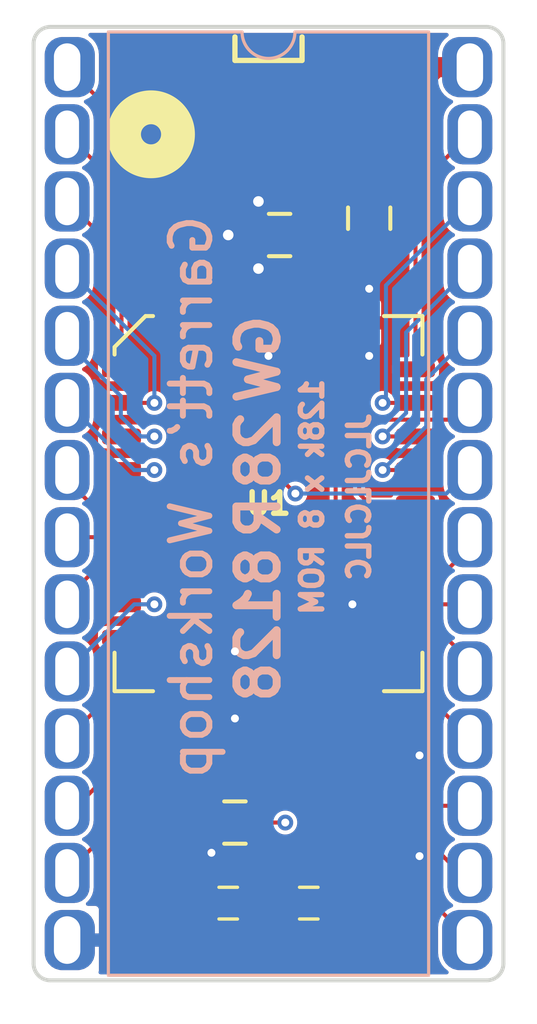
<source format=kicad_pcb>
(kicad_pcb (version 20171130) (host pcbnew "(5.1.5-0-10_14)")

  (general
    (thickness 1.6)
    (drawings 19)
    (tracks 144)
    (zones 0)
    (modules 10)
    (nets 31)
  )

  (page A4)
  (layers
    (0 F.Cu signal)
    (31 B.Cu signal)
    (32 B.Adhes user)
    (33 F.Adhes user)
    (34 B.Paste user)
    (35 F.Paste user)
    (36 B.SilkS user)
    (37 F.SilkS user)
    (38 B.Mask user)
    (39 F.Mask user)
    (40 Dwgs.User user)
    (41 Cmts.User user)
    (42 Eco1.User user)
    (43 Eco2.User user)
    (44 Edge.Cuts user)
    (45 Margin user)
    (46 B.CrtYd user)
    (47 F.CrtYd user)
    (48 B.Fab user)
    (49 F.Fab user)
  )

  (setup
    (last_trace_width 0.1524)
    (user_trace_width 0.2)
    (user_trace_width 0.254)
    (user_trace_width 0.508)
    (user_trace_width 0.762)
    (user_trace_width 1.27)
    (user_trace_width 1.524)
    (trace_clearance 0.1524)
    (zone_clearance 0.1524)
    (zone_45_only no)
    (trace_min 0.1524)
    (via_size 0.6)
    (via_drill 0.3)
    (via_min_size 0.4)
    (via_min_drill 0.3)
    (user_via 0.8 0.4)
    (user_via 1.524 0.762)
    (uvia_size 0.3)
    (uvia_drill 0.1)
    (uvias_allowed no)
    (uvia_min_size 0.2)
    (uvia_min_drill 0.1)
    (edge_width 0.15)
    (segment_width 0.1524)
    (pcb_text_width 0.3)
    (pcb_text_size 1.5 1.5)
    (mod_edge_width 0.15)
    (mod_text_size 1 1)
    (mod_text_width 0.15)
    (pad_size 1.9 2.28)
    (pad_drill 1)
    (pad_to_mask_clearance 0.0762)
    (solder_mask_min_width 0.127)
    (pad_to_paste_clearance -0.0381)
    (aux_axis_origin 0 0)
    (visible_elements FFFFEF7F)
    (pcbplotparams
      (layerselection 0x010f8_ffffffff)
      (usegerberextensions true)
      (usegerberattributes false)
      (usegerberadvancedattributes false)
      (creategerberjobfile false)
      (excludeedgelayer true)
      (linewidth 0.100000)
      (plotframeref false)
      (viasonmask false)
      (mode 1)
      (useauxorigin false)
      (hpglpennumber 1)
      (hpglpenspeed 20)
      (hpglpendiameter 15.000000)
      (psnegative false)
      (psa4output false)
      (plotreference true)
      (plotvalue true)
      (plotinvisibletext false)
      (padsonsilk false)
      (subtractmaskfromsilk true)
      (outputformat 1)
      (mirror false)
      (drillshape 0)
      (scaleselection 1)
      (outputdirectory "gerber/"))
  )

  (net 0 "")
  (net 1 +5V)
  (net 2 GND)
  (net 3 /A4)
  (net 4 /D7)
  (net 5 /D6)
  (net 6 /A8)
  (net 7 /A7)
  (net 8 /A6)
  (net 9 /A5)
  (net 10 /A3)
  (net 11 /A2)
  (net 12 /A1)
  (net 13 /A0)
  (net 14 /A9)
  (net 15 /D1)
  (net 16 /D5)
  (net 17 /D0)
  (net 18 /D2)
  (net 19 /D3)
  (net 20 /D4)
  (net 21 /A10)
  (net 22 /A11)
  (net 23 /A12)
  (net 24 /A13)
  (net 25 /A14)
  (net 26 /A15)
  (net 27 /~OE~)
  (net 28 /A16)
  (net 29 /~CS~)
  (net 30 /~WE~)

  (net_class Default "This is the default net class."
    (clearance 0.1524)
    (trace_width 0.1524)
    (via_dia 0.6)
    (via_drill 0.3)
    (uvia_dia 0.3)
    (uvia_drill 0.1)
    (add_net +5V)
    (add_net /A0)
    (add_net /A1)
    (add_net /A10)
    (add_net /A11)
    (add_net /A12)
    (add_net /A13)
    (add_net /A14)
    (add_net /A15)
    (add_net /A16)
    (add_net /A2)
    (add_net /A3)
    (add_net /A4)
    (add_net /A5)
    (add_net /A6)
    (add_net /A7)
    (add_net /A8)
    (add_net /A9)
    (add_net /D0)
    (add_net /D1)
    (add_net /D2)
    (add_net /D3)
    (add_net /D4)
    (add_net /D5)
    (add_net /D6)
    (add_net /D7)
    (add_net /~CS~)
    (add_net /~OE~)
    (add_net /~WE~)
    (add_net GND)
  )

  (module stdpads:R_0805 (layer F.Cu) (tedit 5F027DD1) (tstamp 5D30E225)
    (at 46.99 48.895 180)
    (tags resistor)
    (path /5D3208E4)
    (solder_mask_margin 0.05)
    (solder_paste_margin -0.025)
    (attr smd)
    (fp_text reference R1 (at 0 0) (layer F.Fab)
      (effects (font (size 0.254 0.254) (thickness 0.0635)))
    )
    (fp_text value 22k (at 0 0.35) (layer F.Fab)
      (effects (font (size 0.254 0.254) (thickness 0.0635)))
    )
    (fp_text user %R (at 0 0 180) (layer F.SilkS) hide
      (effects (font (size 0.254 0.254) (thickness 0.0635)))
    )
    (fp_line (start 1.7 1) (end -1.7 1) (layer F.CrtYd) (width 0.05))
    (fp_line (start 1.7 -1) (end 1.7 1) (layer F.CrtYd) (width 0.05))
    (fp_line (start -1.7 -1) (end 1.7 -1) (layer F.CrtYd) (width 0.05))
    (fp_line (start -1.7 1) (end -1.7 -1) (layer F.CrtYd) (width 0.05))
    (fp_line (start -0.4064 0.8) (end 0.4064 0.8) (layer F.SilkS) (width 0.1524))
    (fp_line (start -0.4064 -0.8) (end 0.4064 -0.8) (layer F.SilkS) (width 0.1524))
    (fp_line (start 1 0.625) (end -1 0.625) (layer F.Fab) (width 0.1))
    (fp_line (start 1 -0.625) (end 1 0.625) (layer F.Fab) (width 0.1))
    (fp_line (start -1 -0.625) (end 1 -0.625) (layer F.Fab) (width 0.1))
    (fp_line (start -1 0.625) (end -1 -0.625) (layer F.Fab) (width 0.1))
    (pad 2 smd roundrect (at 0.95 0 180) (size 0.85 1.4) (layers F.Cu F.Paste F.Mask) (roundrect_rratio 0.25)
      (net 2 GND))
    (pad 1 smd roundrect (at -0.95 0 180) (size 0.85 1.4) (layers F.Cu F.Paste F.Mask) (roundrect_rratio 0.25)
      (net 27 /~OE~))
    (model ${KISYS3DMOD}/Resistor_SMD.3dshapes/R_0805_2012Metric.wrl
      (at (xyz 0 0 0))
      (scale (xyz 1 1 1))
      (rotate (xyz 0 0 0))
    )
  )

  (module stdpads:C_0805 (layer F.Cu) (tedit 5F02840E) (tstamp 5D13487E)
    (at 48.68 26.67 180)
    (tags capacitor)
    (path /5D136B08)
    (solder_mask_margin 0.05)
    (solder_paste_margin -0.025)
    (attr smd)
    (fp_text reference C1 (at 0 0 180) (layer F.Fab)
      (effects (font (size 0.254 0.254) (thickness 0.0635)))
    )
    (fp_text value 100n (at 0 0.35) (layer F.Fab)
      (effects (font (size 0.254 0.254) (thickness 0.0635)))
    )
    (fp_text user %R (at 0 0 180) (layer F.SilkS) hide
      (effects (font (size 0.254 0.254) (thickness 0.0635)))
    )
    (fp_line (start 1.7 1) (end -1.7 1) (layer F.CrtYd) (width 0.05))
    (fp_line (start 1.7 -1) (end 1.7 1) (layer F.CrtYd) (width 0.05))
    (fp_line (start -1.7 -1) (end 1.7 -1) (layer F.CrtYd) (width 0.05))
    (fp_line (start -1.7 1) (end -1.7 -1) (layer F.CrtYd) (width 0.05))
    (fp_line (start -0.4064 0.8) (end 0.4064 0.8) (layer F.SilkS) (width 0.1524))
    (fp_line (start -0.4064 -0.8) (end 0.4064 -0.8) (layer F.SilkS) (width 0.1524))
    (fp_line (start 1 0.625) (end -1 0.625) (layer F.Fab) (width 0.15))
    (fp_line (start 1 -0.625) (end 1 0.625) (layer F.Fab) (width 0.15))
    (fp_line (start -1 -0.625) (end 1 -0.625) (layer F.Fab) (width 0.15))
    (fp_line (start -1 0.625) (end -1 -0.625) (layer F.Fab) (width 0.15))
    (pad 2 smd roundrect (at 0.85 0 180) (size 1.05 1.4) (layers F.Cu F.Paste F.Mask) (roundrect_rratio 0.25)
      (net 2 GND))
    (pad 1 smd roundrect (at -0.85 0 180) (size 1.05 1.4) (layers F.Cu F.Paste F.Mask) (roundrect_rratio 0.25)
      (net 1 +5V))
    (model ${KISYS3DMOD}/Capacitor_SMD.3dshapes/C_0805_2012Metric.wrl
      (at (xyz 0 0 0))
      (scale (xyz 1 1 1))
      (rotate (xyz 0 0 0))
    )
  )

  (module stdpads:R_0805 (layer F.Cu) (tedit 5F027DD1) (tstamp 5D30E8B8)
    (at 52.07 26.035 270)
    (tags resistor)
    (path /5D31EA5F)
    (solder_mask_margin 0.05)
    (solder_paste_margin -0.025)
    (attr smd)
    (fp_text reference R2 (at 0 0 90) (layer F.Fab)
      (effects (font (size 0.254 0.254) (thickness 0.0635)))
    )
    (fp_text value 22k (at 0 0.35 90) (layer F.Fab)
      (effects (font (size 0.254 0.254) (thickness 0.0635)))
    )
    (fp_text user %R (at 0 0 270) (layer F.SilkS) hide
      (effects (font (size 0.254 0.254) (thickness 0.0635)))
    )
    (fp_line (start 1.7 1) (end -1.7 1) (layer F.CrtYd) (width 0.05))
    (fp_line (start 1.7 -1) (end 1.7 1) (layer F.CrtYd) (width 0.05))
    (fp_line (start -1.7 -1) (end 1.7 -1) (layer F.CrtYd) (width 0.05))
    (fp_line (start -1.7 1) (end -1.7 -1) (layer F.CrtYd) (width 0.05))
    (fp_line (start -0.4064 0.8) (end 0.4064 0.8) (layer F.SilkS) (width 0.1524))
    (fp_line (start -0.4064 -0.8) (end 0.4064 -0.8) (layer F.SilkS) (width 0.1524))
    (fp_line (start 1 0.625) (end -1 0.625) (layer F.Fab) (width 0.1))
    (fp_line (start 1 -0.625) (end 1 0.625) (layer F.Fab) (width 0.1))
    (fp_line (start -1 -0.625) (end 1 -0.625) (layer F.Fab) (width 0.1))
    (fp_line (start -1 0.625) (end -1 -0.625) (layer F.Fab) (width 0.1))
    (pad 2 smd roundrect (at 0.95 0 270) (size 0.85 1.4) (layers F.Cu F.Paste F.Mask) (roundrect_rratio 0.25)
      (net 30 /~WE~))
    (pad 1 smd roundrect (at -0.95 0 270) (size 0.85 1.4) (layers F.Cu F.Paste F.Mask) (roundrect_rratio 0.25)
      (net 1 +5V))
    (model ${KISYS3DMOD}/Resistor_SMD.3dshapes/R_0805_2012Metric.wrl
      (at (xyz 0 0 0))
      (scale (xyz 1 1 1))
      (rotate (xyz 0 0 0))
    )
  )

  (module stdpads:DIP-28_W15.24mm_Socket_Inverse_Forked (layer F.Cu) (tedit 604B8729) (tstamp 5EC5A50F)
    (at 40.64 20.32)
    (descr "28-lead though-hole mounted DIP package, row spacing 15.24 mm (600 mils), Socket, LongPads")
    (tags "THT DIP DIL PDIP 2.54mm 15.24mm 600mil Socket LongPads")
    (path /5DECC3CD)
    (fp_text reference J1 (at 5.715 16.51) (layer B.SilkS) hide
      (effects (font (size 1 1) (thickness 0.15)) (justify mirror))
    )
    (fp_text value Socket (at 7.62 35.35) (layer F.Fab)
      (effects (font (size 1 1) (thickness 0.15)))
    )
    (fp_arc (start 7.62 -1.33) (end 6.62 -1.33) (angle -180) (layer B.SilkS) (width 0.12))
    (fp_line (start 1.255 -1.27) (end 14.985 -1.27) (layer F.Fab) (width 0.1))
    (fp_line (start 14.985 -1.27) (end 14.985 34.29) (layer F.Fab) (width 0.1))
    (fp_line (start 14.985 34.29) (end 0.255 34.29) (layer F.Fab) (width 0.1))
    (fp_line (start 0.255 34.29) (end 0.255 -0.27) (layer F.Fab) (width 0.1))
    (fp_line (start 0.255 -0.27) (end 1.255 -1.27) (layer F.Fab) (width 0.1))
    (fp_line (start -1.27 -1.33) (end -1.27 34.35) (layer F.Fab) (width 0.1))
    (fp_line (start -1.27 34.35) (end 16.51 34.35) (layer F.Fab) (width 0.1))
    (fp_line (start 16.51 34.35) (end 16.51 -1.33) (layer F.Fab) (width 0.1))
    (fp_line (start 16.51 -1.33) (end -1.27 -1.33) (layer F.Fab) (width 0.1))
    (fp_line (start 6.62 -1.33) (end 1.56 -1.33) (layer B.SilkS) (width 0.12))
    (fp_line (start 1.56 -1.33) (end 1.56 34.35) (layer B.SilkS) (width 0.12))
    (fp_line (start 1.56 34.35) (end 13.68 34.35) (layer B.SilkS) (width 0.12))
    (fp_line (start 13.68 34.35) (end 13.68 -1.33) (layer B.SilkS) (width 0.12))
    (fp_line (start 13.68 -1.33) (end 8.62 -1.33) (layer B.SilkS) (width 0.12))
    (fp_line (start -1.55 -1.6) (end -1.55 34.65) (layer B.CrtYd) (width 0.05))
    (fp_line (start -1.55 34.65) (end 16.8 34.65) (layer B.CrtYd) (width 0.05))
    (fp_line (start 16.8 34.65) (end 16.8 -1.6) (layer B.CrtYd) (width 0.05))
    (fp_line (start 16.8 -1.6) (end -1.55 -1.6) (layer B.CrtYd) (width 0.05))
    (pad 1 thru_hole roundrect (at 0 0) (size 1.9 2.28) (drill oval 1 1.8 (offset 0.1 0)) (layers *.Cu *.Mask) (roundrect_rratio 0.35)
      (net 26 /A15))
    (pad 15 thru_hole roundrect (at 15.24 33.02) (size 1.9 2.28) (drill oval 1 1.8 (offset -0.1 0)) (layers *.Cu *.Mask) (roundrect_rratio 0.35)
      (net 19 /D3))
    (pad 2 thru_hole roundrect (at 0 2.54) (size 1.7 2.28) (drill oval 0.9 1.8) (layers *.Cu *.Mask) (roundrect_rratio 0.35)
      (net 23 /A12))
    (pad 16 thru_hole roundrect (at 15.24 30.48) (size 1.7 2.28) (drill oval 0.9 1.8) (layers *.Cu *.Mask) (roundrect_rratio 0.35)
      (net 20 /D4))
    (pad 3 thru_hole roundrect (at 0 5.08) (size 1.7 2.28) (drill oval 0.9 1.8) (layers *.Cu *.Mask) (roundrect_rratio 0.35)
      (net 7 /A7))
    (pad 17 thru_hole roundrect (at 15.24 27.94) (size 1.7 2.28) (drill oval 0.9 1.8) (layers *.Cu *.Mask) (roundrect_rratio 0.35)
      (net 16 /D5))
    (pad 4 thru_hole roundrect (at 0 7.62) (size 1.7 2.28) (drill oval 0.9 1.8) (layers *.Cu *.Mask) (roundrect_rratio 0.35)
      (net 8 /A6))
    (pad 18 thru_hole roundrect (at 15.24 25.4) (size 1.7 2.28) (drill oval 0.9 1.8) (layers *.Cu *.Mask) (roundrect_rratio 0.35)
      (net 5 /D6))
    (pad 5 thru_hole roundrect (at 0 10.16) (size 1.7 2.28) (drill oval 0.9 1.8) (layers *.Cu *.Mask) (roundrect_rratio 0.35)
      (net 9 /A5))
    (pad 19 thru_hole roundrect (at 15.24 22.86) (size 1.7 2.28) (drill oval 0.9 1.8) (layers *.Cu *.Mask) (roundrect_rratio 0.35)
      (net 4 /D7))
    (pad 6 thru_hole roundrect (at 0 12.7) (size 1.7 2.28) (drill oval 0.9 1.8) (layers *.Cu *.Mask) (roundrect_rratio 0.35)
      (net 3 /A4))
    (pad 20 thru_hole roundrect (at 15.24 20.32) (size 1.7 2.28) (drill oval 0.9 1.8) (layers *.Cu *.Mask) (roundrect_rratio 0.35)
      (net 29 /~CS~))
    (pad 7 thru_hole roundrect (at 0 15.24) (size 1.7 2.28) (drill oval 0.9 1.8) (layers *.Cu *.Mask) (roundrect_rratio 0.35)
      (net 10 /A3))
    (pad 21 thru_hole roundrect (at 15.24 17.78) (size 1.7 2.28) (drill oval 0.9 1.8) (layers *.Cu *.Mask) (roundrect_rratio 0.35)
      (net 21 /A10))
    (pad 8 thru_hole roundrect (at 0 17.78) (size 1.7 2.28) (drill oval 0.9 1.8) (layers *.Cu *.Mask) (roundrect_rratio 0.35)
      (net 11 /A2))
    (pad 22 thru_hole roundrect (at 15.24 15.24) (size 1.7 2.28) (drill oval 0.9 1.8) (layers *.Cu *.Mask) (roundrect_rratio 0.35)
      (net 28 /A16))
    (pad 9 thru_hole roundrect (at 0 20.32) (size 1.7 2.28) (drill oval 0.9 1.8) (layers *.Cu *.Mask) (roundrect_rratio 0.35)
      (net 12 /A1))
    (pad 23 thru_hole roundrect (at 15.24 12.7) (size 1.7 2.28) (drill oval 0.9 1.8) (layers *.Cu *.Mask) (roundrect_rratio 0.35)
      (net 22 /A11))
    (pad 10 thru_hole roundrect (at 0 22.86) (size 1.7 2.28) (drill oval 0.9 1.8) (layers *.Cu *.Mask) (roundrect_rratio 0.35)
      (net 13 /A0))
    (pad 24 thru_hole roundrect (at 15.24 10.16) (size 1.7 2.28) (drill oval 0.9 1.8) (layers *.Cu *.Mask) (roundrect_rratio 0.35)
      (net 14 /A9))
    (pad 11 thru_hole roundrect (at 0 25.4) (size 1.7 2.28) (drill oval 0.9 1.8) (layers *.Cu *.Mask) (roundrect_rratio 0.35)
      (net 17 /D0))
    (pad 25 thru_hole roundrect (at 15.24 7.62) (size 1.7 2.28) (drill oval 0.9 1.8) (layers *.Cu *.Mask) (roundrect_rratio 0.35)
      (net 6 /A8))
    (pad 12 thru_hole roundrect (at 0 27.94) (size 1.7 2.28) (drill oval 0.9 1.8) (layers *.Cu *.Mask) (roundrect_rratio 0.35)
      (net 15 /D1))
    (pad 26 thru_hole roundrect (at 15.24 5.08) (size 1.7 2.28) (drill oval 0.9 1.8) (layers *.Cu *.Mask) (roundrect_rratio 0.35)
      (net 24 /A13))
    (pad 13 thru_hole roundrect (at 0 30.48) (size 1.7 2.28) (drill oval 0.9 1.8) (layers *.Cu *.Mask) (roundrect_rratio 0.35)
      (net 18 /D2))
    (pad 27 thru_hole roundrect (at 15.24 2.54) (size 1.7 2.28) (drill oval 0.9 1.8) (layers *.Cu *.Mask) (roundrect_rratio 0.35)
      (net 25 /A14))
    (pad 14 thru_hole roundrect (at 0 33.02) (size 1.9 2.28) (drill oval 1 1.8 (offset 0.1 0)) (layers *.Cu *.Mask) (roundrect_rratio 0.35)
      (net 2 GND))
    (pad 28 thru_hole roundrect (at 15.24 0) (size 1.9 2.28) (drill oval 1 1.8 (offset -0.1 0)) (layers *.Cu *.Mask) (roundrect_rratio 0.35)
      (net 1 +5V))
    (model ${KISYS3DMOD}/Connector_PinHeader_2.54mm.3dshapes/PinHeader_1x14_P2.54mm_Vertical.wrl
      (offset (xyz 0 0 -1.778))
      (scale (xyz 1 1 1))
      (rotate (xyz 0 180 0))
    )
    (model ${KISYS3DMOD}/Connector_PinHeader_2.54mm.3dshapes/PinHeader_1x14_P2.54mm_Vertical.wrl
      (offset (xyz 15.24 0 -1.778))
      (scale (xyz 1 1 1))
      (rotate (xyz 0 180 0))
    )
  )

  (module stdpads:PLCC-32 (layer F.Cu) (tedit 5E892816) (tstamp 5D12FC01)
    (at 48.26 36.83)
    (descr "PLCC, 32 Pin (http://ww1.microchip.com/downloads/en/DeviceDoc/doc0015.pdf), generated with kicad-footprint-generator ipc_plcc_jLead_generator.py")
    (tags "PLCC LCC")
    (path /5E56BC07)
    (attr smd)
    (fp_text reference U1 (at 0 0) (layer F.SilkS)
      (effects (font (size 0.8128 0.8128) (thickness 0.2032)))
    )
    (fp_text value 39SF010 (at 0 1.27) (layer F.Fab)
      (effects (font (size 0.8128 0.8128) (thickness 0.2032)))
    )
    (fp_text user %R (at 0 0) (layer F.Fab)
      (effects (font (size 0.8128 0.8128) (thickness 0.2032)))
    )
    (fp_line (start -6.55 -5.63) (end -6.55 0) (layer F.CrtYd) (width 0.05))
    (fp_line (start -5.96 -5.63) (end -6.55 -5.63) (layer F.CrtYd) (width 0.05))
    (fp_line (start -5.96 -5.95) (end -5.96 -5.63) (layer F.CrtYd) (width 0.05))
    (fp_line (start -4.68 -7.23) (end -5.96 -5.95) (layer F.CrtYd) (width 0.05))
    (fp_line (start -4.36 -7.23) (end -4.68 -7.23) (layer F.CrtYd) (width 0.05))
    (fp_line (start -4.36 -7.82) (end -4.36 -7.23) (layer F.CrtYd) (width 0.05))
    (fp_line (start 0 -7.82) (end -4.36 -7.82) (layer F.CrtYd) (width 0.05))
    (fp_line (start 6.55 5.63) (end 6.55 0) (layer F.CrtYd) (width 0.05))
    (fp_line (start 5.96 5.63) (end 6.55 5.63) (layer F.CrtYd) (width 0.05))
    (fp_line (start 5.96 7.23) (end 5.96 5.63) (layer F.CrtYd) (width 0.05))
    (fp_line (start 4.36 7.23) (end 5.96 7.23) (layer F.CrtYd) (width 0.05))
    (fp_line (start 4.36 7.82) (end 4.36 7.23) (layer F.CrtYd) (width 0.05))
    (fp_line (start 0 7.82) (end 4.36 7.82) (layer F.CrtYd) (width 0.05))
    (fp_line (start -6.55 5.63) (end -6.55 0) (layer F.CrtYd) (width 0.05))
    (fp_line (start -5.96 5.63) (end -6.55 5.63) (layer F.CrtYd) (width 0.05))
    (fp_line (start -5.96 7.23) (end -5.96 5.63) (layer F.CrtYd) (width 0.05))
    (fp_line (start -4.36 7.23) (end -5.96 7.23) (layer F.CrtYd) (width 0.05))
    (fp_line (start -4.36 7.82) (end -4.36 7.23) (layer F.CrtYd) (width 0.05))
    (fp_line (start 0 7.82) (end -4.36 7.82) (layer F.CrtYd) (width 0.05))
    (fp_line (start 6.55 -5.63) (end 6.55 0) (layer F.CrtYd) (width 0.05))
    (fp_line (start 5.96 -5.63) (end 6.55 -5.63) (layer F.CrtYd) (width 0.05))
    (fp_line (start 5.96 -7.23) (end 5.96 -5.63) (layer F.CrtYd) (width 0.05))
    (fp_line (start 4.36 -7.23) (end 5.96 -7.23) (layer F.CrtYd) (width 0.05))
    (fp_line (start 4.36 -7.82) (end 4.36 -7.23) (layer F.CrtYd) (width 0.05))
    (fp_line (start 0 -7.82) (end 4.36 -7.82) (layer F.CrtYd) (width 0.05))
    (fp_line (start -0.5 -6.985) (end 0 -6.277893) (layer F.Fab) (width 0.1))
    (fp_line (start -4.575 -6.985) (end -0.5 -6.985) (layer F.Fab) (width 0.1))
    (fp_line (start -5.715 -5.845) (end -4.575 -6.985) (layer F.Fab) (width 0.1))
    (fp_line (start -5.715 6.985) (end -5.715 -5.845) (layer F.Fab) (width 0.1))
    (fp_line (start 5.715 6.985) (end -5.715 6.985) (layer F.Fab) (width 0.1))
    (fp_line (start 5.715 -6.985) (end 5.715 6.985) (layer F.Fab) (width 0.1))
    (fp_line (start 0.5 -6.985) (end 5.715 -6.985) (layer F.Fab) (width 0.1))
    (fp_line (start 0 -6.277893) (end 0.5 -6.985) (layer F.Fab) (width 0.1))
    (fp_line (start -5.825 -5.922782) (end -5.825 -5.64) (layer F.SilkS) (width 0.1524))
    (fp_line (start -4.652782 -7.095) (end -5.825 -5.922782) (layer F.SilkS) (width 0.1524))
    (fp_line (start -4.37 -7.095) (end -4.652782 -7.095) (layer F.SilkS) (width 0.1524))
    (fp_line (start 5.825 7.095) (end 5.825 5.64) (layer F.SilkS) (width 0.1524))
    (fp_line (start 4.37 7.095) (end 5.825 7.095) (layer F.SilkS) (width 0.1524))
    (fp_line (start -5.825 7.095) (end -5.825 5.64) (layer F.SilkS) (width 0.1524))
    (fp_line (start -4.37 7.095) (end -5.825 7.095) (layer F.SilkS) (width 0.1524))
    (fp_line (start 5.825 -7.095) (end 5.825 -5.64) (layer F.SilkS) (width 0.1524))
    (fp_line (start 4.37 -7.095) (end 5.825 -7.095) (layer F.SilkS) (width 0.1524))
    (pad 32 smd roundrect (at 1.27 -6.8375) (size 0.6 1.475) (layers F.Cu F.Paste F.Mask) (roundrect_rratio 0.25)
      (net 1 +5V))
    (pad 31 smd roundrect (at 2.54 -6.8375) (size 0.6 1.475) (layers F.Cu F.Paste F.Mask) (roundrect_rratio 0.25)
      (net 30 /~WE~))
    (pad 30 smd roundrect (at 3.81 -6.8375) (size 0.6 1.475) (layers F.Cu F.Paste F.Mask) (roundrect_rratio 0.25)
      (net 2 GND))
    (pad 29 smd roundrect (at 5.5625 -5.08) (size 1.475 0.6) (layers F.Cu F.Paste F.Mask) (roundrect_rratio 0.25)
      (net 25 /A14))
    (pad 28 smd roundrect (at 5.5625 -3.81) (size 1.475 0.6) (layers F.Cu F.Paste F.Mask) (roundrect_rratio 0.25)
      (net 24 /A13))
    (pad 27 smd roundrect (at 5.5625 -2.54) (size 1.475 0.6) (layers F.Cu F.Paste F.Mask) (roundrect_rratio 0.25)
      (net 6 /A8))
    (pad 26 smd roundrect (at 5.5625 -1.27) (size 1.475 0.6) (layers F.Cu F.Paste F.Mask) (roundrect_rratio 0.25)
      (net 14 /A9))
    (pad 25 smd roundrect (at 5.5625 0) (size 1.475 0.6) (layers F.Cu F.Paste F.Mask) (roundrect_rratio 0.25)
      (net 22 /A11))
    (pad 24 smd roundrect (at 5.5625 1.27) (size 1.475 0.6) (layers F.Cu F.Paste F.Mask) (roundrect_rratio 0.25)
      (net 27 /~OE~))
    (pad 23 smd roundrect (at 5.5625 2.54) (size 1.475 0.6) (layers F.Cu F.Paste F.Mask) (roundrect_rratio 0.25)
      (net 21 /A10))
    (pad 22 smd roundrect (at 5.5625 3.81) (size 1.475 0.6) (layers F.Cu F.Paste F.Mask) (roundrect_rratio 0.25)
      (net 29 /~CS~))
    (pad 21 smd roundrect (at 5.5625 5.08) (size 1.475 0.6) (layers F.Cu F.Paste F.Mask) (roundrect_rratio 0.25)
      (net 4 /D7))
    (pad 20 smd roundrect (at 3.81 6.8375) (size 0.6 1.475) (layers F.Cu F.Paste F.Mask) (roundrect_rratio 0.25)
      (net 5 /D6))
    (pad 19 smd roundrect (at 2.54 6.8375) (size 0.6 1.475) (layers F.Cu F.Paste F.Mask) (roundrect_rratio 0.25)
      (net 16 /D5))
    (pad 18 smd roundrect (at 1.27 6.8375) (size 0.6 1.475) (layers F.Cu F.Paste F.Mask) (roundrect_rratio 0.25)
      (net 20 /D4))
    (pad 17 smd roundrect (at 0 6.8375) (size 0.6 1.475) (layers F.Cu F.Paste F.Mask) (roundrect_rratio 0.25)
      (net 19 /D3))
    (pad 16 smd roundrect (at -1.27 6.8375) (size 0.6 1.475) (layers F.Cu F.Paste F.Mask) (roundrect_rratio 0.25)
      (net 2 GND))
    (pad 15 smd roundrect (at -2.54 6.8375) (size 0.6 1.475) (layers F.Cu F.Paste F.Mask) (roundrect_rratio 0.25)
      (net 18 /D2))
    (pad 14 smd roundrect (at -3.81 6.8375) (size 0.6 1.475) (layers F.Cu F.Paste F.Mask) (roundrect_rratio 0.25)
      (net 15 /D1))
    (pad 13 smd roundrect (at -5.5625 5.08) (size 1.475 0.6) (layers F.Cu F.Paste F.Mask) (roundrect_rratio 0.25)
      (net 17 /D0))
    (pad 12 smd roundrect (at -5.5625 3.81) (size 1.475 0.6) (layers F.Cu F.Paste F.Mask) (roundrect_rratio 0.25)
      (net 13 /A0))
    (pad 11 smd roundrect (at -5.5625 2.54) (size 1.475 0.6) (layers F.Cu F.Paste F.Mask) (roundrect_rratio 0.25)
      (net 12 /A1))
    (pad 10 smd roundrect (at -5.5625 1.27) (size 1.475 0.6) (layers F.Cu F.Paste F.Mask) (roundrect_rratio 0.25)
      (net 11 /A2))
    (pad 9 smd roundrect (at -5.5625 0) (size 1.475 0.6) (layers F.Cu F.Paste F.Mask) (roundrect_rratio 0.25)
      (net 10 /A3))
    (pad 8 smd roundrect (at -5.5625 -1.27) (size 1.475 0.6) (layers F.Cu F.Paste F.Mask) (roundrect_rratio 0.25)
      (net 3 /A4))
    (pad 7 smd roundrect (at -5.5625 -2.54) (size 1.475 0.6) (layers F.Cu F.Paste F.Mask) (roundrect_rratio 0.25)
      (net 9 /A5))
    (pad 6 smd roundrect (at -5.5625 -3.81) (size 1.475 0.6) (layers F.Cu F.Paste F.Mask) (roundrect_rratio 0.25)
      (net 8 /A6))
    (pad 5 smd roundrect (at -5.5625 -5.08) (size 1.475 0.6) (layers F.Cu F.Paste F.Mask) (roundrect_rratio 0.25)
      (net 7 /A7))
    (pad 4 smd roundrect (at -3.81 -6.8375) (size 0.6 1.475) (layers F.Cu F.Paste F.Mask) (roundrect_rratio 0.25)
      (net 23 /A12))
    (pad 3 smd roundrect (at -2.54 -6.8375) (size 0.6 1.475) (layers F.Cu F.Paste F.Mask) (roundrect_rratio 0.25)
      (net 26 /A15))
    (pad 2 smd roundrect (at -1.27 -6.8375) (size 0.6 1.475) (layers F.Cu F.Paste F.Mask) (roundrect_rratio 0.25)
      (net 28 /A16))
    (pad 1 smd roundrect (at 0 -6.8375) (size 0.6 1.475) (layers F.Cu F.Paste F.Mask) (roundrect_rratio 0.25)
      (net 2 GND))
    (model ${KIPRJMOD}/../stdpads.3dshapes/PLCC-32.wrl
      (at (xyz 0 0 0))
      (scale (xyz 1 1 1))
      (rotate (xyz 0 0 180))
    )
  )

  (module stdpads:Fiducial (layer F.Cu) (tedit 5CFD71CD) (tstamp 5D30EF0C)
    (at 43.18 53.34)
    (descr "Circular Fiducial, 1mm bare copper top; 2mm keepout (Level A)")
    (tags marker)
    (path /5D319ED4)
    (attr smd)
    (fp_text reference FID2 (at 0 -1.6) (layer F.SilkS) hide
      (effects (font (size 0.508 0.508) (thickness 0.127)))
    )
    (fp_text value Fiducial (at 0 1.651) (layer F.Fab) hide
      (effects (font (size 0.508 0.508) (thickness 0.127)))
    )
    (fp_circle (center 0 0) (end 1 0) (layer F.Fab) (width 0.1))
    (fp_text user %R (at 0 0) (layer F.Fab)
      (effects (font (size 0.4 0.4) (thickness 0.06)))
    )
    (fp_circle (center 0 0) (end 1.25 0) (layer F.CrtYd) (width 0.05))
    (pad ~ smd circle (at 0 0) (size 1 1) (layers F.Cu F.Mask)
      (solder_mask_margin 0.5) (clearance 0.575))
  )

  (module stdpads:Fiducial (layer F.Cu) (tedit 5CFD71CD) (tstamp 5D13489F)
    (at 53.34 53.34)
    (descr "Circular Fiducial, 1mm bare copper top; 2mm keepout (Level A)")
    (tags marker)
    (path /5D319F51)
    (attr smd)
    (fp_text reference FID3 (at 0 -1.6) (layer F.SilkS) hide
      (effects (font (size 0.508 0.508) (thickness 0.127)))
    )
    (fp_text value Fiducial (at 0 1.651) (layer F.Fab) hide
      (effects (font (size 0.508 0.508) (thickness 0.127)))
    )
    (fp_circle (center 0 0) (end 1.25 0) (layer F.CrtYd) (width 0.05))
    (fp_text user %R (at 0 0) (layer F.Fab)
      (effects (font (size 0.4 0.4) (thickness 0.06)))
    )
    (fp_circle (center 0 0) (end 1 0) (layer F.Fab) (width 0.1))
    (pad ~ smd circle (at 0 0) (size 1 1) (layers F.Cu F.Mask)
      (solder_mask_margin 0.5) (clearance 0.575))
  )

  (module stdpads:Fiducial (layer F.Cu) (tedit 5CFD71CD) (tstamp 5D134897)
    (at 43.18 20.32)
    (descr "Circular Fiducial, 1mm bare copper top; 2mm keepout (Level A)")
    (tags marker)
    (path /5D319AF4)
    (attr smd)
    (fp_text reference FID1 (at 0 -1.6) (layer F.SilkS) hide
      (effects (font (size 0.508 0.508) (thickness 0.127)))
    )
    (fp_text value Fiducial (at 0 1.651) (layer F.Fab) hide
      (effects (font (size 0.508 0.508) (thickness 0.127)))
    )
    (fp_circle (center 0 0) (end 1.25 0) (layer F.CrtYd) (width 0.05))
    (fp_text user %R (at 0 0) (layer F.Fab)
      (effects (font (size 0.4 0.4) (thickness 0.06)))
    )
    (fp_circle (center 0 0) (end 1 0) (layer F.Fab) (width 0.1))
    (pad ~ smd circle (at 0 0) (size 1 1) (layers F.Cu F.Mask)
      (solder_mask_margin 0.5) (clearance 0.575))
  )

  (module stdpads:Tyco_RCU_0603_Paste (layer F.Cu) (tedit 5E914329) (tstamp 5EC5A9DA)
    (at 49.784 51.943)
    (tags "Tyco RCU 0603")
    (path /5EC596B7)
    (attr smd)
    (fp_text reference TP1 (at 0 0) (layer F.Fab)
      (effects (font (size 0.254 0.254) (thickness 0.0635)))
    )
    (fp_text value ~OE~ (at 0 1.905) (layer F.Fab)
      (effects (font (size 0.8128 0.8128) (thickness 0.2032)))
    )
    (fp_line (start 0.35 0.6) (end -0.35 0.6) (layer F.SilkS) (width 0.127))
    (fp_line (start -0.35 -0.6) (end 0.35 -0.6) (layer F.SilkS) (width 0.127))
    (fp_line (start 1.45 -0.75) (end 1.45 0.75) (layer F.CrtYd) (width 0.05))
    (fp_line (start -1.45 -0.75) (end -1.45 0.75) (layer F.CrtYd) (width 0.05))
    (fp_line (start -1.45 0.75) (end 1.45 0.75) (layer F.CrtYd) (width 0.05))
    (fp_line (start -1.45 -0.75) (end 1.45 -0.75) (layer F.CrtYd) (width 0.05))
    (fp_line (start -0.8 -0.4) (end 0.8 -0.4) (layer F.Fab) (width 0.05))
    (fp_line (start 0.8 -0.4) (end 0.8 0.4) (layer F.Fab) (width 0.05))
    (fp_line (start 0.8 0.4) (end -0.8 0.4) (layer F.Fab) (width 0.05))
    (fp_line (start -0.8 0.4) (end -0.8 -0.4) (layer F.Fab) (width 0.05))
    (pad 1 smd rect (at 0 0) (size 1.7 0.9) (layers F.Cu F.Paste F.Mask)
      (net 27 /~OE~))
    (model ${KISYS3DMOD}/TestPoint.3dshapes/TestPoint_Bridge_Pitch7.62mm_Drill1.3mm.wrl
      (offset (xyz -0.6834 0 0))
      (scale (xyz 0.18 0.62 0.09))
      (rotate (xyz 0 0 0))
    )
  )

  (module stdpads:Tyco_RCU_0603_Paste (layer F.Cu) (tedit 5E914329) (tstamp 5EC5C02C)
    (at 46.736 51.943)
    (tags "Tyco RCU 0603")
    (path /5EC59B6C)
    (attr smd)
    (fp_text reference TP2 (at 0 0) (layer F.Fab)
      (effects (font (size 0.254 0.254) (thickness 0.0635)))
    )
    (fp_text value ~WE~ (at 0 1.905) (layer F.Fab)
      (effects (font (size 0.8128 0.8128) (thickness 0.2032)))
    )
    (fp_line (start -0.8 0.4) (end -0.8 -0.4) (layer F.Fab) (width 0.05))
    (fp_line (start 0.8 0.4) (end -0.8 0.4) (layer F.Fab) (width 0.05))
    (fp_line (start 0.8 -0.4) (end 0.8 0.4) (layer F.Fab) (width 0.05))
    (fp_line (start -0.8 -0.4) (end 0.8 -0.4) (layer F.Fab) (width 0.05))
    (fp_line (start -1.45 -0.75) (end 1.45 -0.75) (layer F.CrtYd) (width 0.05))
    (fp_line (start -1.45 0.75) (end 1.45 0.75) (layer F.CrtYd) (width 0.05))
    (fp_line (start -1.45 -0.75) (end -1.45 0.75) (layer F.CrtYd) (width 0.05))
    (fp_line (start 1.45 -0.75) (end 1.45 0.75) (layer F.CrtYd) (width 0.05))
    (fp_line (start -0.35 -0.6) (end 0.35 -0.6) (layer F.SilkS) (width 0.127))
    (fp_line (start 0.35 0.6) (end -0.35 0.6) (layer F.SilkS) (width 0.127))
    (pad 1 smd rect (at 0 0) (size 1.7 0.9) (layers F.Cu F.Paste F.Mask)
      (net 30 /~WE~))
    (model ${KISYS3DMOD}/TestPoint.3dshapes/TestPoint_Bridge_Pitch7.62mm_Drill1.3mm.wrl
      (offset (xyz -0.6834 0 0))
      (scale (xyz 0.18 0.62 0.09))
      (rotate (xyz 0 0 0))
    )
  )

  (gr_line (start 46.99 20.066) (end 49.53 20.066) (layer F.SilkS) (width 0.2))
  (gr_line (start 46.99 19.177) (end 46.99 20.066) (layer F.SilkS) (width 0.2))
  (gr_line (start 49.53 20.066) (end 49.53 19.177) (layer F.SilkS) (width 0.2))
  (gr_arc (start 40.005 54.229) (end 39.37 54.229) (angle -90) (layer Edge.Cuts) (width 0.15) (tstamp 5DECE0A7))
  (gr_arc (start 56.515 54.229) (end 56.515 54.864) (angle -90) (layer Edge.Cuts) (width 0.15) (tstamp 5DECDFC0))
  (gr_arc (start 56.515 19.431) (end 57.15 19.431) (angle -90) (layer Edge.Cuts) (width 0.15) (tstamp 5DECDE9D))
  (gr_arc (start 40.005 19.431) (end 40.005 18.796) (angle -90) (layer Edge.Cuts) (width 0.15) (tstamp 5D347157))
  (gr_text JLCJLCJLC (at 51.689 36.576 90) (layer B.SilkS)
    (effects (font (size 0.8128 0.8128) (thickness 0.2032)) (justify mirror))
  )
  (gr_text "128k x 8 ROM" (at 49.911 36.576 90) (layer B.SilkS) (tstamp 5D130759)
    (effects (font (size 0.8128 0.8128) (thickness 0.2032)) (justify mirror))
  )
  (gr_circle (center 43.815 22.86) (end 44.196 22.86) (layer F.SilkS) (width 1.28))
  (gr_text 8128 (at 47.879 41.402 90) (layer B.SilkS) (tstamp 5D12F927)
    (effects (font (size 1.524 1.524) (thickness 0.3)) (justify mirror))
  )
  (gr_text R (at 47.879 37.338 90) (layer B.SilkS) (tstamp 5D12F91E)
    (effects (font (size 1.524 1.524) (thickness 0.3)) (justify mirror))
  )
  (gr_text 28 (at 47.879 34.798 90) (layer B.SilkS) (tstamp 5D12F91B)
    (effects (font (size 1.524 1.524) (thickness 0.3)) (justify mirror))
  )
  (gr_text GW (at 47.879 31.369 90) (layer B.SilkS) (tstamp 5D12F918)
    (effects (font (size 1.524 1.524) (thickness 0.3)) (justify mirror))
  )
  (gr_text "Garrett’s Workshop" (at 45.339 36.576 90) (layer B.SilkS) (tstamp 5D12F589)
    (effects (font (size 1.5 1.5) (thickness 0.225)) (justify mirror))
  )
  (gr_line (start 39.37 54.229) (end 39.37 19.431) (layer Edge.Cuts) (width 0.15) (tstamp 5DECD9B9))
  (gr_line (start 56.515 54.864) (end 40.005 54.864) (layer Edge.Cuts) (width 0.15))
  (gr_line (start 57.15 19.431) (end 57.15 54.229) (layer Edge.Cuts) (width 0.15))
  (gr_line (start 40.005 18.796) (end 56.515 18.796) (layer Edge.Cuts) (width 0.15))

  (segment (start 49.53 29.9925) (end 49.53 26.67) (width 0.508) (layer F.Cu) (net 1))
  (segment (start 49.53 26.67) (end 49.53 25.4) (width 0.762) (layer F.Cu) (net 1))
  (segment (start 54.61 20.32) (end 55.88 20.32) (width 0.762) (layer F.Cu) (net 1))
  (segment (start 52.07 23.495) (end 52.07 22.86) (width 0.762) (layer F.Cu) (net 1))
  (segment (start 54.61 20.32) (end 52.07 22.86) (width 0.762) (layer F.Cu) (net 1))
  (segment (start 51.2445 23.6855) (end 51.7525 23.6855) (width 0.762) (layer F.Cu) (net 1))
  (segment (start 51.2445 23.6855) (end 52.07 22.86) (width 0.762) (layer F.Cu) (net 1))
  (segment (start 49.53 25.4) (end 51.2445 23.6855) (width 0.762) (layer F.Cu) (net 1))
  (segment (start 51.7525 23.6855) (end 52.07 24.003) (width 0.762) (layer F.Cu) (net 1))
  (segment (start 52.07 24.003) (end 52.07 23.495) (width 0.762) (layer F.Cu) (net 1))
  (segment (start 52.07 25.085) (end 52.07 24.003) (width 0.762) (layer F.Cu) (net 1))
  (via (at 47.879 25.4) (size 0.8) (drill 0.4) (layers F.Cu B.Cu) (net 2))
  (segment (start 47.83 25.449) (end 47.879 25.4) (width 0.762) (layer F.Cu) (net 2))
  (segment (start 47.83 26.67) (end 47.83 25.449) (width 0.762) (layer F.Cu) (net 2))
  (via (at 46.736 26.67) (size 0.8) (drill 0.4) (layers F.Cu B.Cu) (net 2))
  (segment (start 47.83 26.67) (end 46.736 26.67) (width 0.762) (layer F.Cu) (net 2))
  (via (at 47.879 27.94) (size 0.8) (drill 0.4) (layers F.Cu B.Cu) (net 2))
  (segment (start 47.83 27.891) (end 47.879 27.94) (width 0.762) (layer F.Cu) (net 2))
  (segment (start 47.83 26.67) (end 47.83 27.891) (width 0.762) (layer F.Cu) (net 2))
  (via (at 46.99 42.418) (size 0.6) (drill 0.3) (layers F.Cu B.Cu) (net 2))
  (segment (start 46.99 43.6675) (end 46.99 42.418) (width 0.508) (layer F.Cu) (net 2))
  (via (at 46.99 44.958) (size 0.6) (drill 0.3) (layers F.Cu B.Cu) (net 2))
  (segment (start 46.99 43.6675) (end 46.99 44.958) (width 0.508) (layer F.Cu) (net 2))
  (via (at 48.26 31.242) (size 0.6) (drill 0.3) (layers F.Cu B.Cu) (net 2))
  (segment (start 48.26 29.9925) (end 48.26 31.242) (width 0.508) (layer F.Cu) (net 2))
  (via (at 52.07 31.242) (size 0.6) (drill 0.3) (layers F.Cu B.Cu) (net 2))
  (segment (start 52.07 29.9925) (end 52.07 31.242) (width 0.508) (layer F.Cu) (net 2))
  (via (at 52.07 28.702) (size 0.6) (drill 0.3) (layers F.Cu B.Cu) (net 2))
  (segment (start 52.07 29.9925) (end 52.07 28.702) (width 0.508) (layer F.Cu) (net 2))
  (via (at 53.975 50.165) (size 0.6) (drill 0.3) (layers F.Cu B.Cu) (net 2) (tstamp 5DEC8B83))
  (via (at 53.975 46.355) (size 0.6) (drill 0.3) (layers F.Cu B.Cu) (net 2) (tstamp 5DEC8B89))
  (via (at 51.435 40.64) (size 0.6) (drill 0.3) (layers F.Cu B.Cu) (net 2) (tstamp 5DEC8B8B))
  (segment (start 46.04 49.977) (end 46.101 50.038) (width 0.1524) (layer F.Cu) (net 2))
  (via (at 46.101 50.038) (size 0.6) (drill 0.3) (layers F.Cu B.Cu) (net 2))
  (segment (start 46.04 48.895) (end 46.04 49.977) (width 0.1524) (layer F.Cu) (net 2))
  (via (at 43.942 35.56) (size 0.6) (drill 0.3) (layers F.Cu B.Cu) (net 3))
  (segment (start 42.6975 35.56) (end 43.942 35.56) (width 0.1524) (layer F.Cu) (net 3))
  (segment (start 43.18 35.56) (end 43.942 35.56) (width 0.1524) (layer B.Cu) (net 3))
  (segment (start 40.64 33.02) (end 43.18 35.56) (width 0.1524) (layer B.Cu) (net 3))
  (segment (start 53.8225 41.91) (end 54.991 41.91) (width 0.1524) (layer F.Cu) (net 4))
  (segment (start 55.88 42.799) (end 55.88 43.18) (width 0.1524) (layer F.Cu) (net 4))
  (segment (start 54.991 41.91) (end 55.88 42.799) (width 0.1524) (layer F.Cu) (net 4))
  (segment (start 53.8275 43.6675) (end 55.88 45.72) (width 0.1524) (layer F.Cu) (net 5))
  (segment (start 52.07 43.6675) (end 53.8275 43.6675) (width 0.1524) (layer F.Cu) (net 5))
  (via (at 52.578 34.29) (size 0.6) (drill 0.3) (layers F.Cu B.Cu) (net 6))
  (segment (start 53.8225 34.29) (end 52.578 34.29) (width 0.1524) (layer F.Cu) (net 6))
  (segment (start 53.467 30.353) (end 55.88 27.94) (width 0.1524) (layer B.Cu) (net 6))
  (segment (start 53.467 33.401) (end 53.467 30.353) (width 0.1524) (layer B.Cu) (net 6))
  (segment (start 52.578 34.29) (end 53.467 33.401) (width 0.1524) (layer B.Cu) (net 6))
  (segment (start 42.6975 27.4575) (end 40.64 25.4) (width 0.1524) (layer F.Cu) (net 7))
  (segment (start 42.6975 31.75) (end 42.6975 27.4575) (width 0.1524) (layer F.Cu) (net 7))
  (via (at 43.942 33.02) (size 0.6) (drill 0.3) (layers F.Cu B.Cu) (net 8))
  (segment (start 42.6975 33.02) (end 43.942 33.02) (width 0.1524) (layer F.Cu) (net 8))
  (segment (start 43.942 31.242) (end 43.942 33.02) (width 0.1524) (layer B.Cu) (net 8))
  (segment (start 40.64 27.94) (end 43.942 31.242) (width 0.1524) (layer B.Cu) (net 8))
  (via (at 43.942 34.29) (size 0.6) (drill 0.3) (layers F.Cu B.Cu) (net 9))
  (segment (start 42.6975 34.29) (end 43.942 34.29) (width 0.1524) (layer F.Cu) (net 9))
  (segment (start 40.64 30.734) (end 42.672 32.766) (width 0.1524) (layer B.Cu) (net 9))
  (segment (start 42.672 33.528) (end 43.434 34.29) (width 0.1524) (layer B.Cu) (net 9))
  (segment (start 43.434 34.29) (end 43.942 34.29) (width 0.1524) (layer B.Cu) (net 9))
  (segment (start 42.672 32.766) (end 42.672 33.528) (width 0.1524) (layer B.Cu) (net 9))
  (segment (start 40.64 30.48) (end 40.64 30.734) (width 0.1524) (layer B.Cu) (net 9))
  (segment (start 42.6975 36.83) (end 41.529 36.83) (width 0.1524) (layer F.Cu) (net 10))
  (segment (start 40.64 35.941) (end 40.64 35.56) (width 0.1524) (layer F.Cu) (net 10))
  (segment (start 41.529 36.83) (end 40.64 35.941) (width 0.1524) (layer F.Cu) (net 10))
  (segment (start 40.64 38.1) (end 42.6975 38.1) (width 0.1524) (layer F.Cu) (net 11))
  (segment (start 42.6975 39.37) (end 41.656 39.37) (width 0.1524) (layer F.Cu) (net 12))
  (segment (start 40.64 40.386) (end 40.64 40.64) (width 0.1524) (layer F.Cu) (net 12))
  (segment (start 41.656 39.37) (end 40.64 40.386) (width 0.1524) (layer F.Cu) (net 12))
  (via (at 43.942 40.64) (size 0.6) (drill 0.3) (layers F.Cu B.Cu) (net 13))
  (segment (start 42.6975 40.64) (end 43.942 40.64) (width 0.1524) (layer F.Cu) (net 13))
  (segment (start 43.18 40.64) (end 40.64 43.18) (width 0.1524) (layer B.Cu) (net 13))
  (segment (start 43.942 40.64) (end 43.18 40.64) (width 0.1524) (layer B.Cu) (net 13))
  (via (at 52.578 35.56) (size 0.6) (drill 0.3) (layers F.Cu B.Cu) (net 14))
  (segment (start 53.8225 35.56) (end 52.578 35.56) (width 0.1524) (layer F.Cu) (net 14))
  (segment (start 54.229 33.909) (end 54.229 32.131) (width 0.1524) (layer B.Cu) (net 14))
  (segment (start 54.229 32.131) (end 55.88 30.48) (width 0.1524) (layer B.Cu) (net 14))
  (segment (start 52.578 35.56) (end 54.229 33.909) (width 0.1524) (layer B.Cu) (net 14))
  (segment (start 44.45 44.831) (end 44.45 43.6675) (width 0.1524) (layer F.Cu) (net 15))
  (segment (start 41.021 48.26) (end 44.45 44.831) (width 0.1524) (layer F.Cu) (net 15))
  (segment (start 40.64 48.26) (end 41.021 48.26) (width 0.1524) (layer F.Cu) (net 15))
  (segment (start 54.229 48.26) (end 55.88 48.26) (width 0.1524) (layer F.Cu) (net 16))
  (segment (start 50.8 44.831) (end 54.229 48.26) (width 0.1524) (layer F.Cu) (net 16))
  (segment (start 50.8 43.6675) (end 50.8 44.831) (width 0.1524) (layer F.Cu) (net 16))
  (segment (start 42.6975 43.6625) (end 40.64 45.72) (width 0.1524) (layer F.Cu) (net 17))
  (segment (start 42.6975 41.91) (end 42.6975 43.6625) (width 0.1524) (layer F.Cu) (net 17))
  (segment (start 45.72 45.72) (end 45.72 43.6675) (width 0.1524) (layer F.Cu) (net 18))
  (segment (start 40.64 50.8) (end 45.72 45.72) (width 0.1524) (layer F.Cu) (net 18))
  (segment (start 48.26 45.72) (end 55.88 53.34) (width 0.1524) (layer F.Cu) (net 19))
  (segment (start 48.26 43.6675) (end 48.26 45.72) (width 0.1524) (layer F.Cu) (net 19))
  (segment (start 55.499 50.8) (end 55.88 50.8) (width 0.1524) (layer F.Cu) (net 20))
  (segment (start 49.53 44.831) (end 55.499 50.8) (width 0.1524) (layer F.Cu) (net 20))
  (segment (start 49.53 43.6675) (end 49.53 44.831) (width 0.1524) (layer F.Cu) (net 20))
  (segment (start 53.8225 39.37) (end 54.991 39.37) (width 0.1524) (layer F.Cu) (net 21))
  (segment (start 55.88 38.481) (end 55.88 38.1) (width 0.1524) (layer F.Cu) (net 21))
  (segment (start 54.991 39.37) (end 55.88 38.481) (width 0.1524) (layer F.Cu) (net 21))
  (segment (start 51.689 34.036) (end 51.689 36.449) (width 0.1524) (layer F.Cu) (net 22))
  (segment (start 52.07 33.655) (end 51.689 34.036) (width 0.1524) (layer F.Cu) (net 22))
  (segment (start 51.689 36.449) (end 52.07 36.83) (width 0.1524) (layer F.Cu) (net 22))
  (segment (start 55.245 33.655) (end 52.07 33.655) (width 0.1524) (layer F.Cu) (net 22))
  (segment (start 52.07 36.83) (end 53.8225 36.83) (width 0.1524) (layer F.Cu) (net 22))
  (segment (start 55.88 33.02) (end 55.245 33.655) (width 0.1524) (layer F.Cu) (net 22))
  (segment (start 44.45 26.67) (end 40.64 22.86) (width 0.1524) (layer F.Cu) (net 23))
  (segment (start 44.45 29.9925) (end 44.45 26.67) (width 0.1524) (layer F.Cu) (net 23))
  (via (at 52.578 33.02) (size 0.6) (drill 0.3) (layers F.Cu B.Cu) (net 24))
  (segment (start 53.8225 33.02) (end 52.578 33.02) (width 0.1524) (layer F.Cu) (net 24))
  (segment (start 52.705 28.575) (end 55.88 25.4) (width 0.1524) (layer B.Cu) (net 24))
  (segment (start 52.705 32.893) (end 52.705 28.575) (width 0.1524) (layer B.Cu) (net 24))
  (segment (start 52.578 33.02) (end 52.705 32.893) (width 0.1524) (layer B.Cu) (net 24))
  (segment (start 53.8225 24.9175) (end 55.88 22.86) (width 0.1524) (layer F.Cu) (net 25))
  (segment (start 53.8225 31.75) (end 53.8225 24.9175) (width 0.1524) (layer F.Cu) (net 25))
  (segment (start 45.72 25.4) (end 40.64 20.32) (width 0.1524) (layer F.Cu) (net 26))
  (segment (start 45.72 29.9925) (end 45.72 25.4) (width 0.1524) (layer F.Cu) (net 26))
  (via (at 48.895 48.895) (size 0.6) (drill 0.3) (layers F.Cu B.Cu) (net 27))
  (segment (start 47.94 48.895) (end 48.895 48.895) (width 0.1524) (layer F.Cu) (net 27))
  (segment (start 48.387 50.546) (end 47.94 50.099) (width 0.1524) (layer F.Cu) (net 27))
  (segment (start 47.94 50.099) (end 47.94 48.895) (width 0.1524) (layer F.Cu) (net 27))
  (segment (start 49.784 51.054) (end 49.276 50.546) (width 0.1524) (layer F.Cu) (net 27))
  (segment (start 49.784 51.943) (end 49.784 51.054) (width 0.1524) (layer F.Cu) (net 27))
  (segment (start 49.276 50.546) (end 48.387 50.546) (width 0.1524) (layer F.Cu) (net 27))
  (segment (start 52.07 38.1) (end 53.8225 38.1) (width 0.1524) (layer F.Cu) (net 27))
  (segment (start 47.625 42.545) (end 52.07 38.1) (width 0.1524) (layer F.Cu) (net 27))
  (segment (start 47.625 47.371) (end 47.625 42.545) (width 0.1524) (layer F.Cu) (net 27))
  (segment (start 47.94 47.686) (end 47.625 47.371) (width 0.1524) (layer F.Cu) (net 27))
  (segment (start 47.94 48.895) (end 47.94 47.686) (width 0.1524) (layer F.Cu) (net 27))
  (segment (start 54.991 36.449) (end 55.88 35.56) (width 0.1524) (layer B.Cu) (net 28))
  (segment (start 49.276 36.449) (end 54.991 36.449) (width 0.1524) (layer B.Cu) (net 28))
  (via (at 49.276 36.449) (size 0.6) (drill 0.3) (layers F.Cu B.Cu) (net 28))
  (segment (start 46.99 34.163) (end 46.99 29.9925) (width 0.1524) (layer F.Cu) (net 28))
  (segment (start 49.276 36.449) (end 46.99 34.163) (width 0.1524) (layer F.Cu) (net 28))
  (segment (start 53.8225 40.64) (end 55.88 40.64) (width 0.1524) (layer F.Cu) (net 29))
  (segment (start 51.181 28.194) (end 50.8 28.575) (width 0.1524) (layer F.Cu) (net 30))
  (segment (start 50.8 28.575) (end 50.8 29.9925) (width 0.1524) (layer F.Cu) (net 30))
  (segment (start 51.689 28.194) (end 51.181 28.194) (width 0.1524) (layer F.Cu) (net 30))
  (segment (start 52.07 27.813) (end 51.689 28.194) (width 0.1524) (layer F.Cu) (net 30))
  (segment (start 52.07 26.985) (end 52.07 27.813) (width 0.1524) (layer F.Cu) (net 30))
  (segment (start 50.8 31.115) (end 50.8 29.9925) (width 0.1524) (layer F.Cu) (net 30))
  (segment (start 50.8 37.846) (end 50.8 31.115) (width 0.1524) (layer F.Cu) (net 30))
  (segment (start 46.355 42.291) (end 50.8 37.846) (width 0.1524) (layer F.Cu) (net 30))
  (segment (start 44.958 47.498) (end 46.355 46.101) (width 0.1524) (layer F.Cu) (net 30))
  (segment (start 46.355 46.101) (end 46.355 42.291) (width 0.1524) (layer F.Cu) (net 30))
  (segment (start 44.958 51.435) (end 44.958 47.498) (width 0.1524) (layer F.Cu) (net 30))
  (segment (start 45.466 51.943) (end 44.958 51.435) (width 0.1524) (layer F.Cu) (net 30))
  (segment (start 46.736 51.943) (end 45.466 51.943) (width 0.1524) (layer F.Cu) (net 30))

  (zone (net 2) (net_name GND) (layer F.Cu) (tstamp 5D12F1D8) (hatch edge 0.508)
    (connect_pads (clearance 0.1524))
    (min_thickness 0.1524)
    (fill yes (arc_segments 32) (thermal_gap 0.1524) (thermal_bridge_width 0.5))
    (polygon
      (pts
        (xy 58.42 55.88) (xy 58.42 17.78) (xy 38.1 17.78) (xy 38.1 55.88)
      )
    )
    (filled_polygon
      (pts
        (xy 54.997928 19.101079) (xy 54.862347 19.212347) (xy 54.751079 19.347928) (xy 54.668399 19.502611) (xy 54.617486 19.670452)
        (xy 54.613805 19.707826) (xy 54.609999 19.707451) (xy 54.58006 19.7104) (xy 54.580059 19.7104) (xy 54.490498 19.719221)
        (xy 54.375588 19.754079) (xy 54.269686 19.810684) (xy 54.176862 19.886862) (xy 54.157774 19.910121) (xy 51.660129 22.407768)
        (xy 51.660118 22.407777) (xy 51.636863 22.426862) (xy 51.617779 22.450116) (xy 50.834632 23.233265) (xy 50.811362 23.252362)
        (xy 50.792269 23.275627) (xy 49.120127 24.94777) (xy 49.096863 24.966862) (xy 49.020685 25.059686) (xy 48.96408 25.165588)
        (xy 48.929221 25.280498) (xy 48.917451 25.4) (xy 48.920401 25.429951) (xy 48.920401 25.883684) (xy 48.919458 25.884458)
        (xy 48.858246 25.959045) (xy 48.812761 26.044141) (xy 48.784752 26.136475) (xy 48.775294 26.2325) (xy 48.775294 27.1075)
        (xy 48.784752 27.203525) (xy 48.812761 27.295859) (xy 48.858246 27.380955) (xy 48.919458 27.455542) (xy 48.994045 27.516754)
        (xy 49.047401 27.545273) (xy 49.0474 29.225638) (xy 49.029197 29.259693) (xy 49.00759 29.330923) (xy 49.000294 29.405)
        (xy 49.000294 30.58) (xy 49.00759 30.654077) (xy 49.029197 30.725307) (xy 49.064286 30.790953) (xy 49.111507 30.848493)
        (xy 49.169047 30.895714) (xy 49.234693 30.930803) (xy 49.305923 30.95241) (xy 49.38 30.959706) (xy 49.68 30.959706)
        (xy 49.754077 30.95241) (xy 49.825307 30.930803) (xy 49.890953 30.895714) (xy 49.948493 30.848493) (xy 49.995714 30.790953)
        (xy 50.030803 30.725307) (xy 50.05241 30.654077) (xy 50.059706 30.58) (xy 50.059706 29.405) (xy 50.05241 29.330923)
        (xy 50.030803 29.259693) (xy 50.0126 29.225638) (xy 50.0126 27.545273) (xy 50.065955 27.516754) (xy 50.140542 27.455542)
        (xy 50.201754 27.380955) (xy 50.247239 27.295859) (xy 50.275248 27.203525) (xy 50.284706 27.1075) (xy 50.284706 26.2325)
        (xy 50.275248 26.136475) (xy 50.247239 26.044141) (xy 50.201754 25.959045) (xy 50.140542 25.884458) (xy 50.1396 25.883685)
        (xy 50.1396 25.652503) (xy 51.460401 24.331703) (xy 51.460401 24.44966) (xy 51.413275 24.463955) (xy 51.336824 24.504819)
        (xy 51.269813 24.559813) (xy 51.214819 24.626824) (xy 51.173955 24.703275) (xy 51.148791 24.78623) (xy 51.140294 24.8725)
        (xy 51.140294 25.2975) (xy 51.148791 25.38377) (xy 51.173955 25.466725) (xy 51.214819 25.543176) (xy 51.269813 25.610187)
        (xy 51.336824 25.665181) (xy 51.413275 25.706045) (xy 51.49623 25.731209) (xy 51.5825 25.739706) (xy 52.5575 25.739706)
        (xy 52.64377 25.731209) (xy 52.726725 25.706045) (xy 52.803176 25.665181) (xy 52.870187 25.610187) (xy 52.925181 25.543176)
        (xy 52.966045 25.466725) (xy 52.991209 25.38377) (xy 52.999706 25.2975) (xy 52.999706 24.8725) (xy 52.991209 24.78623)
        (xy 52.966045 24.703275) (xy 52.925181 24.626824) (xy 52.870187 24.559813) (xy 52.803176 24.504819) (xy 52.726725 24.463955)
        (xy 52.6796 24.44966) (xy 52.6796 24.03294) (xy 52.682549 24.003) (xy 52.6796 23.973058) (xy 52.6796 23.112503)
        (xy 54.665214 21.12689) (xy 54.668399 21.137389) (xy 54.751079 21.292072) (xy 54.862347 21.427653) (xy 54.997928 21.538921)
        (xy 55.152611 21.621601) (xy 55.170842 21.627131) (xy 55.166818 21.629282) (xy 55.041845 21.731845) (xy 54.939282 21.856818)
        (xy 54.863071 21.999399) (xy 54.81614 22.154108) (xy 54.800294 22.315) (xy 54.800294 23.405) (xy 54.809587 23.499361)
        (xy 53.617557 24.691392) (xy 53.605933 24.700932) (xy 53.567843 24.747343) (xy 53.552715 24.775646) (xy 53.53954 24.800295)
        (xy 53.522111 24.857749) (xy 53.516227 24.9175) (xy 53.517701 24.932468) (xy 53.5177 31.220294) (xy 53.235 31.220294)
        (xy 53.160923 31.22759) (xy 53.089693 31.249197) (xy 53.024047 31.284286) (xy 52.966507 31.331507) (xy 52.919286 31.389047)
        (xy 52.884197 31.454693) (xy 52.86259 31.525923) (xy 52.855294 31.6) (xy 52.855294 31.9) (xy 52.86259 31.974077)
        (xy 52.884197 32.045307) (xy 52.919286 32.110953) (xy 52.966507 32.168493) (xy 53.024047 32.215714) (xy 53.089693 32.250803)
        (xy 53.160923 32.27241) (xy 53.235 32.279706) (xy 54.41 32.279706) (xy 54.484077 32.27241) (xy 54.555307 32.250803)
        (xy 54.620953 32.215714) (xy 54.678493 32.168493) (xy 54.725714 32.110953) (xy 54.760803 32.045307) (xy 54.78241 31.974077)
        (xy 54.789706 31.9) (xy 54.789706 31.6) (xy 54.78241 31.525923) (xy 54.760803 31.454693) (xy 54.725714 31.389047)
        (xy 54.678493 31.331507) (xy 54.620953 31.284286) (xy 54.555307 31.249197) (xy 54.484077 31.22759) (xy 54.41 31.220294)
        (xy 54.1273 31.220294) (xy 54.1273 25.043751) (xy 55.119317 24.051735) (xy 55.166818 24.090718) (xy 55.24031 24.13)
        (xy 55.166818 24.169282) (xy 55.041845 24.271845) (xy 54.939282 24.396818) (xy 54.863071 24.539399) (xy 54.81614 24.694108)
        (xy 54.800294 24.855) (xy 54.800294 25.945) (xy 54.81614 26.105892) (xy 54.863071 26.260601) (xy 54.939282 26.403182)
        (xy 55.041845 26.528155) (xy 55.166818 26.630718) (xy 55.24031 26.67) (xy 55.166818 26.709282) (xy 55.041845 26.811845)
        (xy 54.939282 26.936818) (xy 54.863071 27.079399) (xy 54.81614 27.234108) (xy 54.800294 27.395) (xy 54.800294 28.485)
        (xy 54.81614 28.645892) (xy 54.863071 28.800601) (xy 54.939282 28.943182) (xy 55.041845 29.068155) (xy 55.166818 29.170718)
        (xy 55.24031 29.21) (xy 55.166818 29.249282) (xy 55.041845 29.351845) (xy 54.939282 29.476818) (xy 54.863071 29.619399)
        (xy 54.81614 29.774108) (xy 54.800294 29.935) (xy 54.800294 31.025) (xy 54.81614 31.185892) (xy 54.863071 31.340601)
        (xy 54.939282 31.483182) (xy 55.041845 31.608155) (xy 55.166818 31.710718) (xy 55.24031 31.75) (xy 55.166818 31.789282)
        (xy 55.041845 31.891845) (xy 54.939282 32.016818) (xy 54.863071 32.159399) (xy 54.81614 32.314108) (xy 54.800294 32.475)
        (xy 54.800294 33.3502) (xy 54.742152 33.3502) (xy 54.760803 33.315307) (xy 54.78241 33.244077) (xy 54.789706 33.17)
        (xy 54.789706 32.87) (xy 54.78241 32.795923) (xy 54.760803 32.724693) (xy 54.725714 32.659047) (xy 54.678493 32.601507)
        (xy 54.620953 32.554286) (xy 54.555307 32.519197) (xy 54.484077 32.49759) (xy 54.41 32.490294) (xy 53.235 32.490294)
        (xy 53.160923 32.49759) (xy 53.089693 32.519197) (xy 53.024047 32.554286) (xy 52.966507 32.601507) (xy 52.939712 32.634158)
        (xy 52.914963 32.609409) (xy 52.828386 32.55156) (xy 52.732187 32.511713) (xy 52.630063 32.4914) (xy 52.525937 32.4914)
        (xy 52.423813 32.511713) (xy 52.327614 32.55156) (xy 52.241037 32.609409) (xy 52.167409 32.683037) (xy 52.10956 32.769614)
        (xy 52.069713 32.865813) (xy 52.0494 32.967937) (xy 52.0494 33.072063) (xy 52.069713 33.174187) (xy 52.10956 33.270386)
        (xy 52.16289 33.3502) (xy 52.084957 33.3502) (xy 52.069999 33.348727) (xy 52.055041 33.3502) (xy 52.055034 33.3502)
        (xy 52.015889 33.354055) (xy 52.010248 33.354611) (xy 51.992819 33.359898) (xy 51.952794 33.37204) (xy 51.899843 33.400342)
        (xy 51.853432 33.438432) (xy 51.843892 33.450056) (xy 51.484061 33.809888) (xy 51.472432 33.819432) (xy 51.434342 33.865844)
        (xy 51.411627 33.908343) (xy 51.40604 33.918795) (xy 51.395653 33.953037) (xy 51.388611 33.97625) (xy 51.3842 34.021035)
        (xy 51.3842 34.021042) (xy 51.382727 34.036) (xy 51.3842 34.050958) (xy 51.384201 36.434032) (xy 51.382727 36.449)
        (xy 51.388611 36.508751) (xy 51.40604 36.566205) (xy 51.406041 36.566206) (xy 51.434343 36.619157) (xy 51.472433 36.665568)
        (xy 51.484056 36.675107) (xy 51.843892 37.034944) (xy 51.853432 37.046568) (xy 51.899843 37.084658) (xy 51.952794 37.11296)
        (xy 51.992819 37.125102) (xy 52.010248 37.130389) (xy 52.015889 37.130945) (xy 52.055034 37.1348) (xy 52.055041 37.1348)
        (xy 52.069999 37.136273) (xy 52.084957 37.1348) (xy 52.889271 37.1348) (xy 52.919286 37.190953) (xy 52.966507 37.248493)
        (xy 53.024047 37.295714) (xy 53.089693 37.330803) (xy 53.160923 37.35241) (xy 53.235 37.359706) (xy 54.41 37.359706)
        (xy 54.484077 37.35241) (xy 54.555307 37.330803) (xy 54.620953 37.295714) (xy 54.678493 37.248493) (xy 54.725714 37.190953)
        (xy 54.760803 37.125307) (xy 54.78241 37.054077) (xy 54.789706 36.98) (xy 54.789706 36.68) (xy 54.78241 36.605923)
        (xy 54.760803 36.534693) (xy 54.725714 36.469047) (xy 54.678493 36.411507) (xy 54.620953 36.364286) (xy 54.555307 36.329197)
        (xy 54.484077 36.30759) (xy 54.41 36.300294) (xy 53.235 36.300294) (xy 53.160923 36.30759) (xy 53.089693 36.329197)
        (xy 53.024047 36.364286) (xy 52.966507 36.411507) (xy 52.919286 36.469047) (xy 52.889271 36.5252) (xy 52.196252 36.5252)
        (xy 51.9938 36.322749) (xy 51.9938 35.507937) (xy 52.0494 35.507937) (xy 52.0494 35.612063) (xy 52.069713 35.714187)
        (xy 52.10956 35.810386) (xy 52.167409 35.896963) (xy 52.241037 35.970591) (xy 52.327614 36.02844) (xy 52.423813 36.068287)
        (xy 52.525937 36.0886) (xy 52.630063 36.0886) (xy 52.732187 36.068287) (xy 52.828386 36.02844) (xy 52.914963 35.970591)
        (xy 52.939712 35.945842) (xy 52.966507 35.978493) (xy 53.024047 36.025714) (xy 53.089693 36.060803) (xy 53.160923 36.08241)
        (xy 53.235 36.089706) (xy 54.41 36.089706) (xy 54.484077 36.08241) (xy 54.555307 36.060803) (xy 54.620953 36.025714)
        (xy 54.678493 35.978493) (xy 54.725714 35.920953) (xy 54.760803 35.855307) (xy 54.78241 35.784077) (xy 54.789706 35.71)
        (xy 54.789706 35.41) (xy 54.78241 35.335923) (xy 54.760803 35.264693) (xy 54.725714 35.199047) (xy 54.678493 35.141507)
        (xy 54.620953 35.094286) (xy 54.555307 35.059197) (xy 54.484077 35.03759) (xy 54.41 35.030294) (xy 53.235 35.030294)
        (xy 53.160923 35.03759) (xy 53.089693 35.059197) (xy 53.024047 35.094286) (xy 52.966507 35.141507) (xy 52.939712 35.174158)
        (xy 52.914963 35.149409) (xy 52.828386 35.09156) (xy 52.732187 35.051713) (xy 52.630063 35.0314) (xy 52.525937 35.0314)
        (xy 52.423813 35.051713) (xy 52.327614 35.09156) (xy 52.241037 35.149409) (xy 52.167409 35.223037) (xy 52.10956 35.309614)
        (xy 52.069713 35.405813) (xy 52.0494 35.507937) (xy 51.9938 35.507937) (xy 51.9938 34.162251) (xy 52.104697 34.051355)
        (xy 52.069713 34.135813) (xy 52.0494 34.237937) (xy 52.0494 34.342063) (xy 52.069713 34.444187) (xy 52.10956 34.540386)
        (xy 52.167409 34.626963) (xy 52.241037 34.700591) (xy 52.327614 34.75844) (xy 52.423813 34.798287) (xy 52.525937 34.8186)
        (xy 52.630063 34.8186) (xy 52.732187 34.798287) (xy 52.828386 34.75844) (xy 52.914963 34.700591) (xy 52.939712 34.675842)
        (xy 52.966507 34.708493) (xy 53.024047 34.755714) (xy 53.089693 34.790803) (xy 53.160923 34.81241) (xy 53.235 34.819706)
        (xy 54.41 34.819706) (xy 54.484077 34.81241) (xy 54.555307 34.790803) (xy 54.620953 34.755714) (xy 54.678493 34.708493)
        (xy 54.725714 34.650953) (xy 54.760803 34.585307) (xy 54.78241 34.514077) (xy 54.789706 34.44) (xy 54.789706 34.14)
        (xy 54.78241 34.065923) (xy 54.760803 33.994693) (xy 54.742152 33.9598) (xy 54.905404 33.9598) (xy 54.939282 34.023182)
        (xy 55.041845 34.148155) (xy 55.166818 34.250718) (xy 55.24031 34.29) (xy 55.166818 34.329282) (xy 55.041845 34.431845)
        (xy 54.939282 34.556818) (xy 54.863071 34.699399) (xy 54.81614 34.854108) (xy 54.800294 35.015) (xy 54.800294 36.105)
        (xy 54.81614 36.265892) (xy 54.863071 36.420601) (xy 54.939282 36.563182) (xy 55.041845 36.688155) (xy 55.166818 36.790718)
        (xy 55.24031 36.83) (xy 55.166818 36.869282) (xy 55.041845 36.971845) (xy 54.939282 37.096818) (xy 54.863071 37.239399)
        (xy 54.81614 37.394108) (xy 54.800294 37.555) (xy 54.800294 38.645) (xy 54.81614 38.805892) (xy 54.863071 38.960601)
        (xy 54.90009 39.029859) (xy 54.864749 39.0652) (xy 54.755729 39.0652) (xy 54.725714 39.009047) (xy 54.678493 38.951507)
        (xy 54.620953 38.904286) (xy 54.555307 38.869197) (xy 54.484077 38.84759) (xy 54.41 38.840294) (xy 53.235 38.840294)
        (xy 53.160923 38.84759) (xy 53.089693 38.869197) (xy 53.024047 38.904286) (xy 52.966507 38.951507) (xy 52.919286 39.009047)
        (xy 52.884197 39.074693) (xy 52.86259 39.145923) (xy 52.855294 39.22) (xy 52.855294 39.52) (xy 52.86259 39.594077)
        (xy 52.884197 39.665307) (xy 52.919286 39.730953) (xy 52.966507 39.788493) (xy 53.024047 39.835714) (xy 53.089693 39.870803)
        (xy 53.160923 39.89241) (xy 53.235 39.899706) (xy 54.41 39.899706) (xy 54.484077 39.89241) (xy 54.555307 39.870803)
        (xy 54.620953 39.835714) (xy 54.678493 39.788493) (xy 54.725714 39.730953) (xy 54.755729 39.6748) (xy 54.91898 39.6748)
        (xy 54.863071 39.779399) (xy 54.81614 39.934108) (xy 54.800294 40.095) (xy 54.800294 40.3352) (xy 54.755729 40.3352)
        (xy 54.725714 40.279047) (xy 54.678493 40.221507) (xy 54.620953 40.174286) (xy 54.555307 40.139197) (xy 54.484077 40.11759)
        (xy 54.41 40.110294) (xy 53.235 40.110294) (xy 53.160923 40.11759) (xy 53.089693 40.139197) (xy 53.024047 40.174286)
        (xy 52.966507 40.221507) (xy 52.919286 40.279047) (xy 52.884197 40.344693) (xy 52.86259 40.415923) (xy 52.855294 40.49)
        (xy 52.855294 40.79) (xy 52.86259 40.864077) (xy 52.884197 40.935307) (xy 52.919286 41.000953) (xy 52.966507 41.058493)
        (xy 53.024047 41.105714) (xy 53.089693 41.140803) (xy 53.160923 41.16241) (xy 53.235 41.169706) (xy 54.41 41.169706)
        (xy 54.484077 41.16241) (xy 54.555307 41.140803) (xy 54.620953 41.105714) (xy 54.678493 41.058493) (xy 54.725714 41.000953)
        (xy 54.755729 40.9448) (xy 54.800294 40.9448) (xy 54.800294 41.185) (xy 54.81614 41.345892) (xy 54.863071 41.500601)
        (xy 54.91898 41.6052) (xy 54.755729 41.6052) (xy 54.725714 41.549047) (xy 54.678493 41.491507) (xy 54.620953 41.444286)
        (xy 54.555307 41.409197) (xy 54.484077 41.38759) (xy 54.41 41.380294) (xy 53.235 41.380294) (xy 53.160923 41.38759)
        (xy 53.089693 41.409197) (xy 53.024047 41.444286) (xy 52.966507 41.491507) (xy 52.919286 41.549047) (xy 52.884197 41.614693)
        (xy 52.86259 41.685923) (xy 52.855294 41.76) (xy 52.855294 42.06) (xy 52.86259 42.134077) (xy 52.884197 42.205307)
        (xy 52.919286 42.270953) (xy 52.966507 42.328493) (xy 53.024047 42.375714) (xy 53.089693 42.410803) (xy 53.160923 42.43241)
        (xy 53.235 42.439706) (xy 54.41 42.439706) (xy 54.484077 42.43241) (xy 54.555307 42.410803) (xy 54.620953 42.375714)
        (xy 54.678493 42.328493) (xy 54.725714 42.270953) (xy 54.755729 42.2148) (xy 54.864749 42.2148) (xy 54.90009 42.250141)
        (xy 54.863071 42.319399) (xy 54.81614 42.474108) (xy 54.800294 42.635) (xy 54.800294 43.725) (xy 54.81614 43.885892)
        (xy 54.863071 44.040601) (xy 54.939282 44.183182) (xy 55.041845 44.308155) (xy 55.166818 44.410718) (xy 55.24031 44.45)
        (xy 55.166818 44.489282) (xy 55.119317 44.528265) (xy 54.053612 43.462561) (xy 54.044068 43.450932) (xy 53.997657 43.412842)
        (xy 53.944706 43.38454) (xy 53.887251 43.367111) (xy 53.842466 43.3627) (xy 53.842458 43.3627) (xy 53.8275 43.361227)
        (xy 53.812542 43.3627) (xy 52.599706 43.3627) (xy 52.599706 43.08) (xy 52.59241 43.005923) (xy 52.570803 42.934693)
        (xy 52.535714 42.869047) (xy 52.488493 42.811507) (xy 52.430953 42.764286) (xy 52.365307 42.729197) (xy 52.294077 42.70759)
        (xy 52.22 42.700294) (xy 51.92 42.700294) (xy 51.845923 42.70759) (xy 51.774693 42.729197) (xy 51.709047 42.764286)
        (xy 51.651507 42.811507) (xy 51.604286 42.869047) (xy 51.569197 42.934693) (xy 51.54759 43.005923) (xy 51.540294 43.08)
        (xy 51.540294 44.255) (xy 51.54759 44.329077) (xy 51.569197 44.400307) (xy 51.604286 44.465953) (xy 51.651507 44.523493)
        (xy 51.709047 44.570714) (xy 51.774693 44.605803) (xy 51.845923 44.62741) (xy 51.92 44.634706) (xy 52.22 44.634706)
        (xy 52.294077 44.62741) (xy 52.365307 44.605803) (xy 52.430953 44.570714) (xy 52.488493 44.523493) (xy 52.535714 44.465953)
        (xy 52.570803 44.400307) (xy 52.59241 44.329077) (xy 52.599706 44.255) (xy 52.599706 43.9723) (xy 53.701249 43.9723)
        (xy 54.809587 45.080639) (xy 54.800294 45.175) (xy 54.800294 46.265) (xy 54.81614 46.425892) (xy 54.863071 46.580601)
        (xy 54.939282 46.723182) (xy 55.041845 46.848155) (xy 55.166818 46.950718) (xy 55.24031 46.99) (xy 55.166818 47.029282)
        (xy 55.041845 47.131845) (xy 54.939282 47.256818) (xy 54.863071 47.399399) (xy 54.81614 47.554108) (xy 54.800294 47.715)
        (xy 54.800294 47.9552) (xy 54.355252 47.9552) (xy 51.1048 44.704749) (xy 51.1048 44.600729) (xy 51.160953 44.570714)
        (xy 51.218493 44.523493) (xy 51.265714 44.465953) (xy 51.300803 44.400307) (xy 51.32241 44.329077) (xy 51.329706 44.255)
        (xy 51.329706 43.08) (xy 51.32241 43.005923) (xy 51.300803 42.934693) (xy 51.265714 42.869047) (xy 51.218493 42.811507)
        (xy 51.160953 42.764286) (xy 51.095307 42.729197) (xy 51.024077 42.70759) (xy 50.95 42.700294) (xy 50.65 42.700294)
        (xy 50.575923 42.70759) (xy 50.504693 42.729197) (xy 50.439047 42.764286) (xy 50.381507 42.811507) (xy 50.334286 42.869047)
        (xy 50.299197 42.934693) (xy 50.27759 43.005923) (xy 50.270294 43.08) (xy 50.270294 44.255) (xy 50.27759 44.329077)
        (xy 50.299197 44.400307) (xy 50.334286 44.465953) (xy 50.381507 44.523493) (xy 50.439047 44.570714) (xy 50.495201 44.600729)
        (xy 50.495201 44.816032) (xy 50.493727 44.831) (xy 50.499611 44.890751) (xy 50.51704 44.948205) (xy 50.517041 44.948206)
        (xy 50.545343 45.001157) (xy 50.583433 45.047568) (xy 50.595057 45.057108) (xy 54.002892 48.464944) (xy 54.012432 48.476568)
        (xy 54.058843 48.514658) (xy 54.111794 48.54296) (xy 54.155876 48.556332) (xy 54.169248 48.560389) (xy 54.174889 48.560945)
        (xy 54.214034 48.5648) (xy 54.214041 48.5648) (xy 54.228999 48.566273) (xy 54.243957 48.5648) (xy 54.800294 48.5648)
        (xy 54.800294 48.805) (xy 54.81614 48.965892) (xy 54.863071 49.120601) (xy 54.939282 49.263182) (xy 55.041845 49.388155)
        (xy 55.166818 49.490718) (xy 55.24031 49.53) (xy 55.166818 49.569282) (xy 55.041845 49.671845) (xy 54.939282 49.796818)
        (xy 54.934959 49.804907) (xy 49.8348 44.704749) (xy 49.8348 44.600729) (xy 49.890953 44.570714) (xy 49.948493 44.523493)
        (xy 49.995714 44.465953) (xy 50.030803 44.400307) (xy 50.05241 44.329077) (xy 50.059706 44.255) (xy 50.059706 43.08)
        (xy 50.05241 43.005923) (xy 50.030803 42.934693) (xy 49.995714 42.869047) (xy 49.948493 42.811507) (xy 49.890953 42.764286)
        (xy 49.825307 42.729197) (xy 49.754077 42.70759) (xy 49.68 42.700294) (xy 49.38 42.700294) (xy 49.305923 42.70759)
        (xy 49.234693 42.729197) (xy 49.169047 42.764286) (xy 49.111507 42.811507) (xy 49.064286 42.869047) (xy 49.029197 42.934693)
        (xy 49.00759 43.005923) (xy 49.000294 43.08) (xy 49.000294 44.255) (xy 49.00759 44.329077) (xy 49.029197 44.400307)
        (xy 49.064286 44.465953) (xy 49.111507 44.523493) (xy 49.169047 44.570714) (xy 49.225201 44.600729) (xy 49.225201 44.816032)
        (xy 49.223727 44.831) (xy 49.229611 44.890751) (xy 49.24704 44.948205) (xy 49.247041 44.948206) (xy 49.275343 45.001157)
        (xy 49.313433 45.047568) (xy 49.325057 45.057108) (xy 54.800294 50.532346) (xy 54.800294 51.345) (xy 54.81614 51.505892)
        (xy 54.863071 51.660601) (xy 54.939282 51.803182) (xy 55.041845 51.928155) (xy 55.166818 52.030718) (xy 55.170842 52.032869)
        (xy 55.152611 52.038399) (xy 55.059317 52.088266) (xy 48.5648 45.593749) (xy 48.5648 44.600729) (xy 48.620953 44.570714)
        (xy 48.678493 44.523493) (xy 48.725714 44.465953) (xy 48.760803 44.400307) (xy 48.78241 44.329077) (xy 48.789706 44.255)
        (xy 48.789706 43.08) (xy 48.78241 43.005923) (xy 48.760803 42.934693) (xy 48.725714 42.869047) (xy 48.678493 42.811507)
        (xy 48.620953 42.764286) (xy 48.555307 42.729197) (xy 48.484077 42.70759) (xy 48.41 42.700294) (xy 48.11 42.700294)
        (xy 48.035923 42.70759) (xy 47.964693 42.729197) (xy 47.9298 42.747848) (xy 47.9298 42.671251) (xy 52.196252 38.4048)
        (xy 52.889271 38.4048) (xy 52.919286 38.460953) (xy 52.966507 38.518493) (xy 53.024047 38.565714) (xy 53.089693 38.600803)
        (xy 53.160923 38.62241) (xy 53.235 38.629706) (xy 54.41 38.629706) (xy 54.484077 38.62241) (xy 54.555307 38.600803)
        (xy 54.620953 38.565714) (xy 54.678493 38.518493) (xy 54.725714 38.460953) (xy 54.760803 38.395307) (xy 54.78241 38.324077)
        (xy 54.789706 38.25) (xy 54.789706 37.95) (xy 54.78241 37.875923) (xy 54.760803 37.804693) (xy 54.725714 37.739047)
        (xy 54.678493 37.681507) (xy 54.620953 37.634286) (xy 54.555307 37.599197) (xy 54.484077 37.57759) (xy 54.41 37.570294)
        (xy 53.235 37.570294) (xy 53.160923 37.57759) (xy 53.089693 37.599197) (xy 53.024047 37.634286) (xy 52.966507 37.681507)
        (xy 52.919286 37.739047) (xy 52.889271 37.7952) (xy 52.084957 37.7952) (xy 52.069999 37.793727) (xy 52.055041 37.7952)
        (xy 52.055034 37.7952) (xy 52.015889 37.799055) (xy 52.010248 37.799611) (xy 51.996876 37.803668) (xy 51.952794 37.81704)
        (xy 51.899843 37.845342) (xy 51.853432 37.883432) (xy 51.843892 37.895056) (xy 47.420057 42.318892) (xy 47.408433 42.328432)
        (xy 47.370343 42.374843) (xy 47.355215 42.403146) (xy 47.34204 42.427795) (xy 47.324611 42.485249) (xy 47.318727 42.545)
        (xy 47.320201 42.559968) (xy 47.320201 42.703269) (xy 47.29 42.700294) (xy 47.22095 42.7014) (xy 47.1638 42.75855)
        (xy 47.1638 43.4937) (xy 47.1838 43.4937) (xy 47.1838 43.8413) (xy 47.1638 43.8413) (xy 47.1638 44.57645)
        (xy 47.22095 44.6336) (xy 47.29 44.634706) (xy 47.320201 44.631731) (xy 47.3202 47.356042) (xy 47.318727 47.371)
        (xy 47.3202 47.385958) (xy 47.3202 47.385965) (xy 47.321882 47.40304) (xy 47.324611 47.430751) (xy 47.326886 47.438249)
        (xy 47.34204 47.488205) (xy 47.370342 47.541156) (xy 47.408432 47.587568) (xy 47.420061 47.597112) (xy 47.635201 47.812253)
        (xy 47.635201 47.97562) (xy 47.558275 47.998955) (xy 47.481824 48.039819) (xy 47.414813 48.094813) (xy 47.359819 48.161824)
        (xy 47.318955 48.238275) (xy 47.293791 48.32123) (xy 47.285294 48.4075) (xy 47.285294 49.3825) (xy 47.293791 49.46877)
        (xy 47.318955 49.551725) (xy 47.359819 49.628176) (xy 47.414813 49.695187) (xy 47.481824 49.750181) (xy 47.558275 49.791045)
        (xy 47.6352 49.81438) (xy 47.6352 50.084042) (xy 47.633727 50.099) (xy 47.6352 50.113958) (xy 47.6352 50.113965)
        (xy 47.639611 50.15875) (xy 47.65704 50.216205) (xy 47.685342 50.269156) (xy 47.723432 50.315568) (xy 47.735061 50.325112)
        (xy 48.160891 50.750943) (xy 48.170432 50.762568) (xy 48.216843 50.800658) (xy 48.269794 50.82896) (xy 48.309819 50.841102)
        (xy 48.327248 50.846389) (xy 48.332889 50.846945) (xy 48.372034 50.8508) (xy 48.372041 50.8508) (xy 48.386999 50.852273)
        (xy 48.401957 50.8508) (xy 49.149749 50.8508) (xy 49.479201 51.180253) (xy 49.479201 51.263294) (xy 48.934 51.263294)
        (xy 48.889187 51.267708) (xy 48.846095 51.280779) (xy 48.806382 51.302006) (xy 48.771573 51.330573) (xy 48.743006 51.365382)
        (xy 48.721779 51.405095) (xy 48.708708 51.448187) (xy 48.704294 51.493) (xy 48.704294 52.393) (xy 48.708708 52.437813)
        (xy 48.721779 52.480905) (xy 48.743006 52.520618) (xy 48.771573 52.555427) (xy 48.806382 52.583994) (xy 48.846095 52.605221)
        (xy 48.889187 52.618292) (xy 48.934 52.622706) (xy 50.634 52.622706) (xy 50.678813 52.618292) (xy 50.721905 52.605221)
        (xy 50.761618 52.583994) (xy 50.796427 52.555427) (xy 50.824994 52.520618) (xy 50.846221 52.480905) (xy 50.859292 52.437813)
        (xy 50.863706 52.393) (xy 50.863706 51.493) (xy 50.859292 51.448187) (xy 50.846221 51.405095) (xy 50.824994 51.365382)
        (xy 50.796427 51.330573) (xy 50.761618 51.302006) (xy 50.721905 51.280779) (xy 50.678813 51.267708) (xy 50.634 51.263294)
        (xy 50.0888 51.263294) (xy 50.0888 51.068957) (xy 50.090273 51.053999) (xy 50.0888 51.039041) (xy 50.0888 51.039034)
        (xy 50.084389 50.994249) (xy 50.06696 50.936794) (xy 50.038658 50.883843) (xy 50.000568 50.837432) (xy 49.988944 50.827892)
        (xy 49.502112 50.341061) (xy 49.492568 50.329432) (xy 49.446157 50.291342) (xy 49.393206 50.26304) (xy 49.335751 50.245611)
        (xy 49.290966 50.2412) (xy 49.290958 50.2412) (xy 49.276 50.239727) (xy 49.261042 50.2412) (xy 48.513252 50.2412)
        (xy 48.2448 49.972749) (xy 48.2448 49.81438) (xy 48.321725 49.791045) (xy 48.398176 49.750181) (xy 48.465187 49.695187)
        (xy 48.520181 49.628176) (xy 48.561045 49.551725) (xy 48.586209 49.46877) (xy 48.594706 49.3825) (xy 48.594706 49.330092)
        (xy 48.644614 49.36344) (xy 48.740813 49.403287) (xy 48.842937 49.4236) (xy 48.947063 49.4236) (xy 49.049187 49.403287)
        (xy 49.145386 49.36344) (xy 49.231963 49.305591) (xy 49.305591 49.231963) (xy 49.36344 49.145386) (xy 49.403287 49.049187)
        (xy 49.4236 48.947063) (xy 49.4236 48.842937) (xy 49.403287 48.740813) (xy 49.36344 48.644614) (xy 49.305591 48.558037)
        (xy 49.231963 48.484409) (xy 49.145386 48.42656) (xy 49.049187 48.386713) (xy 48.947063 48.3664) (xy 48.842937 48.3664)
        (xy 48.740813 48.386713) (xy 48.644614 48.42656) (xy 48.594706 48.459908) (xy 48.594706 48.4075) (xy 48.586209 48.32123)
        (xy 48.561045 48.238275) (xy 48.520181 48.161824) (xy 48.465187 48.094813) (xy 48.398176 48.039819) (xy 48.321725 47.998955)
        (xy 48.2448 47.97562) (xy 48.2448 47.700957) (xy 48.246273 47.685999) (xy 48.2448 47.671041) (xy 48.2448 47.671034)
        (xy 48.240389 47.626249) (xy 48.22296 47.568794) (xy 48.194658 47.515843) (xy 48.156568 47.469432) (xy 48.144944 47.459892)
        (xy 47.9298 47.244749) (xy 47.9298 44.587152) (xy 47.9552 44.600729) (xy 47.955201 45.705032) (xy 47.953727 45.72)
        (xy 47.959611 45.779751) (xy 47.97704 45.837205) (xy 47.990215 45.861854) (xy 48.005343 45.890157) (xy 48.043433 45.936568)
        (xy 48.055057 45.946108) (xy 54.659825 52.550877) (xy 54.617486 52.690452) (xy 54.600294 52.865) (xy 54.600294 53.815)
        (xy 54.617486 53.989548) (xy 54.668399 54.157389) (xy 54.751079 54.312072) (xy 54.862347 54.447653) (xy 54.997928 54.558921)
        (xy 55.000695 54.5604) (xy 41.904497 54.5604) (xy 41.915292 54.524813) (xy 41.919706 54.48) (xy 41.9186 53.57095)
        (xy 41.86145 53.5138) (xy 40.9138 53.5138) (xy 40.9138 53.5338) (xy 40.5662 53.5338) (xy 40.5662 53.5138)
        (xy 40.5462 53.5138) (xy 40.5462 53.226617) (xy 42.0288 53.226617) (xy 42.0288 53.453383) (xy 42.07304 53.675793)
        (xy 42.15982 53.885298) (xy 42.285805 54.073847) (xy 42.446153 54.234195) (xy 42.634702 54.36018) (xy 42.844207 54.44696)
        (xy 43.066617 54.4912) (xy 43.293383 54.4912) (xy 43.515793 54.44696) (xy 43.725298 54.36018) (xy 43.913847 54.234195)
        (xy 44.074195 54.073847) (xy 44.20018 53.885298) (xy 44.28696 53.675793) (xy 44.3312 53.453383) (xy 44.3312 53.226617)
        (xy 52.1888 53.226617) (xy 52.1888 53.453383) (xy 52.23304 53.675793) (xy 52.31982 53.885298) (xy 52.445805 54.073847)
        (xy 52.606153 54.234195) (xy 52.794702 54.36018) (xy 53.004207 54.44696) (xy 53.226617 54.4912) (xy 53.453383 54.4912)
        (xy 53.675793 54.44696) (xy 53.885298 54.36018) (xy 54.073847 54.234195) (xy 54.234195 54.073847) (xy 54.36018 53.885298)
        (xy 54.44696 53.675793) (xy 54.4912 53.453383) (xy 54.4912 53.226617) (xy 54.44696 53.004207) (xy 54.36018 52.794702)
        (xy 54.234195 52.606153) (xy 54.073847 52.445805) (xy 53.885298 52.31982) (xy 53.675793 52.23304) (xy 53.453383 52.1888)
        (xy 53.226617 52.1888) (xy 53.004207 52.23304) (xy 52.794702 52.31982) (xy 52.606153 52.445805) (xy 52.445805 52.606153)
        (xy 52.31982 52.794702) (xy 52.23304 53.004207) (xy 52.1888 53.226617) (xy 44.3312 53.226617) (xy 44.28696 53.004207)
        (xy 44.20018 52.794702) (xy 44.074195 52.606153) (xy 43.913847 52.445805) (xy 43.725298 52.31982) (xy 43.515793 52.23304)
        (xy 43.293383 52.1888) (xy 43.066617 52.1888) (xy 42.844207 52.23304) (xy 42.634702 52.31982) (xy 42.446153 52.445805)
        (xy 42.285805 52.606153) (xy 42.15982 52.794702) (xy 42.07304 53.004207) (xy 42.0288 53.226617) (xy 40.5462 53.226617)
        (xy 40.5462 53.1662) (xy 40.5662 53.1662) (xy 40.5662 53.1462) (xy 40.9138 53.1462) (xy 40.9138 53.1662)
        (xy 41.86145 53.1662) (xy 41.9186 53.10905) (xy 41.919706 52.2) (xy 41.915292 52.155187) (xy 41.902221 52.112095)
        (xy 41.880994 52.072382) (xy 41.852427 52.037573) (xy 41.817618 52.009006) (xy 41.777905 51.987779) (xy 41.734813 51.974708)
        (xy 41.69 51.970294) (xy 41.426314 51.9707) (xy 41.478155 51.928155) (xy 41.580718 51.803182) (xy 41.656929 51.660601)
        (xy 41.70386 51.505892) (xy 41.719706 51.345) (xy 41.719706 50.255) (xy 41.710413 50.160639) (xy 45.924945 45.946107)
        (xy 45.936568 45.936568) (xy 45.974658 45.890157) (xy 46.00296 45.837206) (xy 46.020389 45.779751) (xy 46.0248 45.734966)
        (xy 46.0248 45.734958) (xy 46.026273 45.72) (xy 46.0248 45.705042) (xy 46.0248 44.600729) (xy 46.0502 44.587152)
        (xy 46.0502 45.974748) (xy 44.753057 47.271892) (xy 44.741433 47.281432) (xy 44.703343 47.327843) (xy 44.688215 47.356146)
        (xy 44.67504 47.380795) (xy 44.657611 47.438249) (xy 44.651727 47.498) (xy 44.653201 47.512968) (xy 44.6532 51.420042)
        (xy 44.651727 51.435) (xy 44.6532 51.449958) (xy 44.6532 51.449965) (xy 44.657611 51.49475) (xy 44.67504 51.552205)
        (xy 44.703342 51.605156) (xy 44.741432 51.651568) (xy 44.753061 51.661112) (xy 45.239892 52.147944) (xy 45.249432 52.159568)
        (xy 45.295843 52.197658) (xy 45.348794 52.22596) (xy 45.388819 52.238102) (xy 45.406248 52.243389) (xy 45.411889 52.243945)
        (xy 45.451034 52.2478) (xy 45.451041 52.2478) (xy 45.465999 52.249273) (xy 45.480957 52.2478) (xy 45.656294 52.2478)
        (xy 45.656294 52.393) (xy 45.660708 52.437813) (xy 45.673779 52.480905) (xy 45.695006 52.520618) (xy 45.723573 52.555427)
        (xy 45.758382 52.583994) (xy 45.798095 52.605221) (xy 45.841187 52.618292) (xy 45.886 52.622706) (xy 47.586 52.622706)
        (xy 47.630813 52.618292) (xy 47.673905 52.605221) (xy 47.713618 52.583994) (xy 47.748427 52.555427) (xy 47.776994 52.520618)
        (xy 47.798221 52.480905) (xy 47.811292 52.437813) (xy 47.815706 52.393) (xy 47.815706 51.493) (xy 47.811292 51.448187)
        (xy 47.798221 51.405095) (xy 47.776994 51.365382) (xy 47.748427 51.330573) (xy 47.713618 51.302006) (xy 47.673905 51.280779)
        (xy 47.630813 51.267708) (xy 47.586 51.263294) (xy 45.886 51.263294) (xy 45.841187 51.267708) (xy 45.798095 51.280779)
        (xy 45.758382 51.302006) (xy 45.723573 51.330573) (xy 45.695006 51.365382) (xy 45.673779 51.405095) (xy 45.660708 51.448187)
        (xy 45.656294 51.493) (xy 45.656294 51.6382) (xy 45.592252 51.6382) (xy 45.2628 51.308749) (xy 45.2628 49.595)
        (xy 45.385294 49.595) (xy 45.389708 49.639813) (xy 45.402779 49.682905) (xy 45.424006 49.722618) (xy 45.452573 49.757427)
        (xy 45.487382 49.785994) (xy 45.527095 49.807221) (xy 45.570187 49.820292) (xy 45.615 49.824706) (xy 45.80905 49.8236)
        (xy 45.8662 49.76645) (xy 45.8662 49.0688) (xy 46.2138 49.0688) (xy 46.2138 49.76645) (xy 46.27095 49.8236)
        (xy 46.465 49.824706) (xy 46.509813 49.820292) (xy 46.552905 49.807221) (xy 46.592618 49.785994) (xy 46.627427 49.757427)
        (xy 46.655994 49.722618) (xy 46.677221 49.682905) (xy 46.690292 49.639813) (xy 46.694706 49.595) (xy 46.6936 49.12595)
        (xy 46.63645 49.0688) (xy 46.2138 49.0688) (xy 45.8662 49.0688) (xy 45.44355 49.0688) (xy 45.3864 49.12595)
        (xy 45.385294 49.595) (xy 45.2628 49.595) (xy 45.2628 48.195) (xy 45.385294 48.195) (xy 45.3864 48.66405)
        (xy 45.44355 48.7212) (xy 45.8662 48.7212) (xy 45.8662 48.02355) (xy 46.2138 48.02355) (xy 46.2138 48.7212)
        (xy 46.63645 48.7212) (xy 46.6936 48.66405) (xy 46.694706 48.195) (xy 46.690292 48.150187) (xy 46.677221 48.107095)
        (xy 46.655994 48.067382) (xy 46.627427 48.032573) (xy 46.592618 48.004006) (xy 46.552905 47.982779) (xy 46.509813 47.969708)
        (xy 46.465 47.965294) (xy 46.27095 47.9664) (xy 46.2138 48.02355) (xy 45.8662 48.02355) (xy 45.80905 47.9664)
        (xy 45.615 47.965294) (xy 45.570187 47.969708) (xy 45.527095 47.982779) (xy 45.487382 48.004006) (xy 45.452573 48.032573)
        (xy 45.424006 48.067382) (xy 45.402779 48.107095) (xy 45.389708 48.150187) (xy 45.385294 48.195) (xy 45.2628 48.195)
        (xy 45.2628 47.624251) (xy 46.559945 46.327107) (xy 46.571568 46.317568) (xy 46.609658 46.271157) (xy 46.63796 46.218206)
        (xy 46.655389 46.160751) (xy 46.6598 46.115966) (xy 46.6598 46.115959) (xy 46.661273 46.101001) (xy 46.6598 46.086043)
        (xy 46.6598 44.631731) (xy 46.69 44.634706) (xy 46.75905 44.6336) (xy 46.8162 44.57645) (xy 46.8162 43.8413)
        (xy 46.7962 43.8413) (xy 46.7962 43.4937) (xy 46.8162 43.4937) (xy 46.8162 42.75855) (xy 46.75905 42.7014)
        (xy 46.69 42.700294) (xy 46.6598 42.703269) (xy 46.6598 42.417251) (xy 51.004945 38.072107) (xy 51.016568 38.062568)
        (xy 51.054658 38.016157) (xy 51.08296 37.963206) (xy 51.100389 37.905751) (xy 51.1048 37.860966) (xy 51.1048 37.860959)
        (xy 51.106273 37.846001) (xy 51.1048 37.831043) (xy 51.1048 30.925729) (xy 51.160953 30.895714) (xy 51.218493 30.848493)
        (xy 51.265714 30.790953) (xy 51.298294 30.73) (xy 51.540294 30.73) (xy 51.544708 30.774813) (xy 51.557779 30.817905)
        (xy 51.579006 30.857618) (xy 51.607573 30.892427) (xy 51.642382 30.920994) (xy 51.682095 30.942221) (xy 51.725187 30.955292)
        (xy 51.77 30.959706) (xy 51.83905 30.9586) (xy 51.8962 30.90145) (xy 51.8962 30.1663) (xy 52.2438 30.1663)
        (xy 52.2438 30.90145) (xy 52.30095 30.9586) (xy 52.37 30.959706) (xy 52.414813 30.955292) (xy 52.457905 30.942221)
        (xy 52.497618 30.920994) (xy 52.532427 30.892427) (xy 52.560994 30.857618) (xy 52.582221 30.817905) (xy 52.595292 30.774813)
        (xy 52.599706 30.73) (xy 52.5986 30.22345) (xy 52.54145 30.1663) (xy 52.2438 30.1663) (xy 51.8962 30.1663)
        (xy 51.59855 30.1663) (xy 51.5414 30.22345) (xy 51.540294 30.73) (xy 51.298294 30.73) (xy 51.300803 30.725307)
        (xy 51.32241 30.654077) (xy 51.329706 30.58) (xy 51.329706 29.405) (xy 51.32241 29.330923) (xy 51.300803 29.259693)
        (xy 51.298295 29.255) (xy 51.540294 29.255) (xy 51.5414 29.76155) (xy 51.59855 29.8187) (xy 51.8962 29.8187)
        (xy 51.8962 29.08355) (xy 52.2438 29.08355) (xy 52.2438 29.8187) (xy 52.54145 29.8187) (xy 52.5986 29.76155)
        (xy 52.599706 29.255) (xy 52.595292 29.210187) (xy 52.582221 29.167095) (xy 52.560994 29.127382) (xy 52.532427 29.092573)
        (xy 52.497618 29.064006) (xy 52.457905 29.042779) (xy 52.414813 29.029708) (xy 52.37 29.025294) (xy 52.30095 29.0264)
        (xy 52.2438 29.08355) (xy 51.8962 29.08355) (xy 51.83905 29.0264) (xy 51.77 29.025294) (xy 51.725187 29.029708)
        (xy 51.682095 29.042779) (xy 51.642382 29.064006) (xy 51.607573 29.092573) (xy 51.579006 29.127382) (xy 51.557779 29.167095)
        (xy 51.544708 29.210187) (xy 51.540294 29.255) (xy 51.298295 29.255) (xy 51.265714 29.194047) (xy 51.218493 29.136507)
        (xy 51.160953 29.089286) (xy 51.1048 29.059271) (xy 51.1048 28.701251) (xy 51.307252 28.4988) (xy 51.674042 28.4988)
        (xy 51.689 28.500273) (xy 51.703958 28.4988) (xy 51.703966 28.4988) (xy 51.748751 28.494389) (xy 51.806206 28.47696)
        (xy 51.859157 28.448658) (xy 51.905568 28.410568) (xy 51.915112 28.398939) (xy 52.274944 28.039108) (xy 52.286568 28.029568)
        (xy 52.324658 27.983157) (xy 52.35296 27.930206) (xy 52.370389 27.872751) (xy 52.3748 27.827966) (xy 52.3748 27.827959)
        (xy 52.376273 27.813001) (xy 52.3748 27.798043) (xy 52.3748 27.639706) (xy 52.5575 27.639706) (xy 52.64377 27.631209)
        (xy 52.726725 27.606045) (xy 52.803176 27.565181) (xy 52.870187 27.510187) (xy 52.925181 27.443176) (xy 52.966045 27.366725)
        (xy 52.991209 27.28377) (xy 52.999706 27.1975) (xy 52.999706 26.7725) (xy 52.991209 26.68623) (xy 52.966045 26.603275)
        (xy 52.925181 26.526824) (xy 52.870187 26.459813) (xy 52.803176 26.404819) (xy 52.726725 26.363955) (xy 52.64377 26.338791)
        (xy 52.5575 26.330294) (xy 51.5825 26.330294) (xy 51.49623 26.338791) (xy 51.413275 26.363955) (xy 51.336824 26.404819)
        (xy 51.269813 26.459813) (xy 51.214819 26.526824) (xy 51.173955 26.603275) (xy 51.148791 26.68623) (xy 51.140294 26.7725)
        (xy 51.140294 27.1975) (xy 51.148791 27.28377) (xy 51.173955 27.366725) (xy 51.214819 27.443176) (xy 51.269813 27.510187)
        (xy 51.336824 27.565181) (xy 51.413275 27.606045) (xy 51.49623 27.631209) (xy 51.5825 27.639706) (xy 51.765201 27.639706)
        (xy 51.765201 27.686747) (xy 51.562749 27.8892) (xy 51.195957 27.8892) (xy 51.180999 27.887727) (xy 51.166041 27.8892)
        (xy 51.166034 27.8892) (xy 51.126889 27.893055) (xy 51.121248 27.893611) (xy 51.103819 27.898898) (xy 51.063794 27.91104)
        (xy 51.010843 27.939342) (xy 50.964432 27.977432) (xy 50.954892 27.989056) (xy 50.595061 28.348888) (xy 50.583432 28.358432)
        (xy 50.545342 28.404844) (xy 50.51704 28.457795) (xy 50.499611 28.51525) (xy 50.4952 28.560035) (xy 50.4952 28.560042)
        (xy 50.493727 28.575) (xy 50.4952 28.589958) (xy 50.4952 29.059271) (xy 50.439047 29.089286) (xy 50.381507 29.136507)
        (xy 50.334286 29.194047) (xy 50.299197 29.259693) (xy 50.27759 29.330923) (xy 50.270294 29.405) (xy 50.270294 30.58)
        (xy 50.27759 30.654077) (xy 50.299197 30.725307) (xy 50.334286 30.790953) (xy 50.381507 30.848493) (xy 50.439047 30.895714)
        (xy 50.4952 30.925729) (xy 50.4952 31.129965) (xy 50.495201 31.129975) (xy 50.4952 37.719748) (xy 46.150057 42.064892)
        (xy 46.138433 42.074432) (xy 46.100343 42.120843) (xy 46.097283 42.126568) (xy 46.07204 42.173795) (xy 46.054611 42.231249)
        (xy 46.048727 42.291) (xy 46.050201 42.305968) (xy 46.050201 42.747848) (xy 46.015307 42.729197) (xy 45.944077 42.70759)
        (xy 45.87 42.700294) (xy 45.57 42.700294) (xy 45.495923 42.70759) (xy 45.424693 42.729197) (xy 45.359047 42.764286)
        (xy 45.301507 42.811507) (xy 45.254286 42.869047) (xy 45.219197 42.934693) (xy 45.19759 43.005923) (xy 45.190294 43.08)
        (xy 45.190294 44.255) (xy 45.19759 44.329077) (xy 45.219197 44.400307) (xy 45.254286 44.465953) (xy 45.301507 44.523493)
        (xy 45.359047 44.570714) (xy 45.415201 44.600729) (xy 45.4152 45.593748) (xy 41.400683 49.608265) (xy 41.353182 49.569282)
        (xy 41.27969 49.53) (xy 41.353182 49.490718) (xy 41.478155 49.388155) (xy 41.580718 49.263182) (xy 41.656929 49.120601)
        (xy 41.70386 48.965892) (xy 41.719706 48.805) (xy 41.719706 47.992345) (xy 44.654945 45.057107) (xy 44.666568 45.047568)
        (xy 44.704658 45.001157) (xy 44.73296 44.948206) (xy 44.750389 44.890751) (xy 44.7548 44.845966) (xy 44.7548 44.845959)
        (xy 44.756273 44.831001) (xy 44.7548 44.816043) (xy 44.7548 44.600729) (xy 44.810953 44.570714) (xy 44.868493 44.523493)
        (xy 44.915714 44.465953) (xy 44.950803 44.400307) (xy 44.97241 44.329077) (xy 44.979706 44.255) (xy 44.979706 43.08)
        (xy 44.97241 43.005923) (xy 44.950803 42.934693) (xy 44.915714 42.869047) (xy 44.868493 42.811507) (xy 44.810953 42.764286)
        (xy 44.745307 42.729197) (xy 44.674077 42.70759) (xy 44.6 42.700294) (xy 44.3 42.700294) (xy 44.225923 42.70759)
        (xy 44.154693 42.729197) (xy 44.089047 42.764286) (xy 44.031507 42.811507) (xy 43.984286 42.869047) (xy 43.949197 42.934693)
        (xy 43.92759 43.005923) (xy 43.920294 43.08) (xy 43.920294 44.255) (xy 43.92759 44.329077) (xy 43.949197 44.400307)
        (xy 43.984286 44.465953) (xy 44.031507 44.523493) (xy 44.089047 44.570714) (xy 44.1452 44.600729) (xy 44.1452 44.704748)
        (xy 41.585042 47.264907) (xy 41.580718 47.256818) (xy 41.478155 47.131845) (xy 41.353182 47.029282) (xy 41.27969 46.99)
        (xy 41.353182 46.950718) (xy 41.478155 46.848155) (xy 41.580718 46.723182) (xy 41.656929 46.580601) (xy 41.70386 46.425892)
        (xy 41.719706 46.265) (xy 41.719706 45.175) (xy 41.710413 45.080639) (xy 42.902444 43.888608) (xy 42.914068 43.879068)
        (xy 42.952158 43.832657) (xy 42.98046 43.779706) (xy 42.997889 43.722251) (xy 43.0023 43.677466) (xy 43.0023 43.677459)
        (xy 43.003773 43.662501) (xy 43.0023 43.647543) (xy 43.0023 42.439706) (xy 43.285 42.439706) (xy 43.359077 42.43241)
        (xy 43.430307 42.410803) (xy 43.495953 42.375714) (xy 43.553493 42.328493) (xy 43.600714 42.270953) (xy 43.635803 42.205307)
        (xy 43.65741 42.134077) (xy 43.664706 42.06) (xy 43.664706 41.76) (xy 43.65741 41.685923) (xy 43.635803 41.614693)
        (xy 43.600714 41.549047) (xy 43.553493 41.491507) (xy 43.495953 41.444286) (xy 43.430307 41.409197) (xy 43.359077 41.38759)
        (xy 43.285 41.380294) (xy 42.11 41.380294) (xy 42.035923 41.38759) (xy 41.964693 41.409197) (xy 41.899047 41.444286)
        (xy 41.841507 41.491507) (xy 41.794286 41.549047) (xy 41.759197 41.614693) (xy 41.73759 41.685923) (xy 41.730294 41.76)
        (xy 41.730294 42.06) (xy 41.73759 42.134077) (xy 41.759197 42.205307) (xy 41.794286 42.270953) (xy 41.841507 42.328493)
        (xy 41.899047 42.375714) (xy 41.964693 42.410803) (xy 42.035923 42.43241) (xy 42.11 42.439706) (xy 42.3927 42.439706)
        (xy 42.392701 43.536247) (xy 41.400683 44.528265) (xy 41.353182 44.489282) (xy 41.27969 44.45) (xy 41.353182 44.410718)
        (xy 41.478155 44.308155) (xy 41.580718 44.183182) (xy 41.656929 44.040601) (xy 41.70386 43.885892) (xy 41.719706 43.725)
        (xy 41.719706 42.635) (xy 41.70386 42.474108) (xy 41.656929 42.319399) (xy 41.580718 42.176818) (xy 41.478155 42.051845)
        (xy 41.353182 41.949282) (xy 41.27969 41.91) (xy 41.353182 41.870718) (xy 41.478155 41.768155) (xy 41.580718 41.643182)
        (xy 41.656929 41.500601) (xy 41.70386 41.345892) (xy 41.719706 41.185) (xy 41.719706 40.49) (xy 41.730294 40.49)
        (xy 41.730294 40.79) (xy 41.73759 40.864077) (xy 41.759197 40.935307) (xy 41.794286 41.000953) (xy 41.841507 41.058493)
        (xy 41.899047 41.105714) (xy 41.964693 41.140803) (xy 42.035923 41.16241) (xy 42.11 41.169706) (xy 43.285 41.169706)
        (xy 43.359077 41.16241) (xy 43.430307 41.140803) (xy 43.495953 41.105714) (xy 43.553493 41.058493) (xy 43.580288 41.025842)
        (xy 43.605037 41.050591) (xy 43.691614 41.10844) (xy 43.787813 41.148287) (xy 43.889937 41.1686) (xy 43.994063 41.1686)
        (xy 44.096187 41.148287) (xy 44.192386 41.10844) (xy 44.278963 41.050591) (xy 44.352591 40.976963) (xy 44.41044 40.890386)
        (xy 44.450287 40.794187) (xy 44.4706 40.692063) (xy 44.4706 40.587937) (xy 44.450287 40.485813) (xy 44.41044 40.389614)
        (xy 44.352591 40.303037) (xy 44.278963 40.229409) (xy 44.192386 40.17156) (xy 44.096187 40.131713) (xy 43.994063 40.1114)
        (xy 43.889937 40.1114) (xy 43.787813 40.131713) (xy 43.691614 40.17156) (xy 43.605037 40.229409) (xy 43.580288 40.254158)
        (xy 43.553493 40.221507) (xy 43.495953 40.174286) (xy 43.430307 40.139197) (xy 43.359077 40.11759) (xy 43.285 40.110294)
        (xy 42.11 40.110294) (xy 42.035923 40.11759) (xy 41.964693 40.139197) (xy 41.899047 40.174286) (xy 41.841507 40.221507)
        (xy 41.794286 40.279047) (xy 41.759197 40.344693) (xy 41.73759 40.415923) (xy 41.730294 40.49) (xy 41.719706 40.49)
        (xy 41.719706 40.095) (xy 41.70386 39.934108) (xy 41.661752 39.795299) (xy 41.770534 39.686517) (xy 41.794286 39.730953)
        (xy 41.841507 39.788493) (xy 41.899047 39.835714) (xy 41.964693 39.870803) (xy 42.035923 39.89241) (xy 42.11 39.899706)
        (xy 43.285 39.899706) (xy 43.359077 39.89241) (xy 43.430307 39.870803) (xy 43.495953 39.835714) (xy 43.553493 39.788493)
        (xy 43.600714 39.730953) (xy 43.635803 39.665307) (xy 43.65741 39.594077) (xy 43.664706 39.52) (xy 43.664706 39.22)
        (xy 43.65741 39.145923) (xy 43.635803 39.074693) (xy 43.600714 39.009047) (xy 43.553493 38.951507) (xy 43.495953 38.904286)
        (xy 43.430307 38.869197) (xy 43.359077 38.84759) (xy 43.285 38.840294) (xy 42.11 38.840294) (xy 42.035923 38.84759)
        (xy 41.964693 38.869197) (xy 41.899047 38.904286) (xy 41.841507 38.951507) (xy 41.794286 39.009047) (xy 41.764271 39.0652)
        (xy 41.670958 39.0652) (xy 41.656 39.063727) (xy 41.641042 39.0652) (xy 41.641034 39.0652) (xy 41.601403 39.069103)
        (xy 41.598796 39.06936) (xy 41.656929 38.960601) (xy 41.70386 38.805892) (xy 41.719706 38.645) (xy 41.719706 38.4048)
        (xy 41.764271 38.4048) (xy 41.794286 38.460953) (xy 41.841507 38.518493) (xy 41.899047 38.565714) (xy 41.964693 38.600803)
        (xy 42.035923 38.62241) (xy 42.11 38.629706) (xy 43.285 38.629706) (xy 43.359077 38.62241) (xy 43.430307 38.600803)
        (xy 43.495953 38.565714) (xy 43.553493 38.518493) (xy 43.600714 38.460953) (xy 43.635803 38.395307) (xy 43.65741 38.324077)
        (xy 43.664706 38.25) (xy 43.664706 37.95) (xy 43.65741 37.875923) (xy 43.635803 37.804693) (xy 43.600714 37.739047)
        (xy 43.553493 37.681507) (xy 43.495953 37.634286) (xy 43.430307 37.599197) (xy 43.359077 37.57759) (xy 43.285 37.570294)
        (xy 42.11 37.570294) (xy 42.035923 37.57759) (xy 41.964693 37.599197) (xy 41.899047 37.634286) (xy 41.841507 37.681507)
        (xy 41.794286 37.739047) (xy 41.764271 37.7952) (xy 41.719706 37.7952) (xy 41.719706 37.555) (xy 41.70386 37.394108)
        (xy 41.656929 37.239399) (xy 41.60102 37.1348) (xy 41.764271 37.1348) (xy 41.794286 37.190953) (xy 41.841507 37.248493)
        (xy 41.899047 37.295714) (xy 41.964693 37.330803) (xy 42.035923 37.35241) (xy 42.11 37.359706) (xy 43.285 37.359706)
        (xy 43.359077 37.35241) (xy 43.430307 37.330803) (xy 43.495953 37.295714) (xy 43.553493 37.248493) (xy 43.600714 37.190953)
        (xy 43.635803 37.125307) (xy 43.65741 37.054077) (xy 43.664706 36.98) (xy 43.664706 36.68) (xy 43.65741 36.605923)
        (xy 43.635803 36.534693) (xy 43.600714 36.469047) (xy 43.553493 36.411507) (xy 43.495953 36.364286) (xy 43.430307 36.329197)
        (xy 43.359077 36.30759) (xy 43.285 36.300294) (xy 42.11 36.300294) (xy 42.035923 36.30759) (xy 41.964693 36.329197)
        (xy 41.899047 36.364286) (xy 41.841507 36.411507) (xy 41.794286 36.469047) (xy 41.764271 36.5252) (xy 41.655252 36.5252)
        (xy 41.61991 36.489858) (xy 41.656929 36.420601) (xy 41.70386 36.265892) (xy 41.719706 36.105) (xy 41.719706 35.41)
        (xy 41.730294 35.41) (xy 41.730294 35.71) (xy 41.73759 35.784077) (xy 41.759197 35.855307) (xy 41.794286 35.920953)
        (xy 41.841507 35.978493) (xy 41.899047 36.025714) (xy 41.964693 36.060803) (xy 42.035923 36.08241) (xy 42.11 36.089706)
        (xy 43.285 36.089706) (xy 43.359077 36.08241) (xy 43.430307 36.060803) (xy 43.495953 36.025714) (xy 43.553493 35.978493)
        (xy 43.580288 35.945842) (xy 43.605037 35.970591) (xy 43.691614 36.02844) (xy 43.787813 36.068287) (xy 43.889937 36.0886)
        (xy 43.994063 36.0886) (xy 44.096187 36.068287) (xy 44.192386 36.02844) (xy 44.278963 35.970591) (xy 44.352591 35.896963)
        (xy 44.41044 35.810386) (xy 44.450287 35.714187) (xy 44.4706 35.612063) (xy 44.4706 35.507937) (xy 44.450287 35.405813)
        (xy 44.41044 35.309614) (xy 44.352591 35.223037) (xy 44.278963 35.149409) (xy 44.192386 35.09156) (xy 44.096187 35.051713)
        (xy 43.994063 35.0314) (xy 43.889937 35.0314) (xy 43.787813 35.051713) (xy 43.691614 35.09156) (xy 43.605037 35.149409)
        (xy 43.580288 35.174158) (xy 43.553493 35.141507) (xy 43.495953 35.094286) (xy 43.430307 35.059197) (xy 43.359077 35.03759)
        (xy 43.285 35.030294) (xy 42.11 35.030294) (xy 42.035923 35.03759) (xy 41.964693 35.059197) (xy 41.899047 35.094286)
        (xy 41.841507 35.141507) (xy 41.794286 35.199047) (xy 41.759197 35.264693) (xy 41.73759 35.335923) (xy 41.730294 35.41)
        (xy 41.719706 35.41) (xy 41.719706 35.015) (xy 41.70386 34.854108) (xy 41.656929 34.699399) (xy 41.580718 34.556818)
        (xy 41.478155 34.431845) (xy 41.353182 34.329282) (xy 41.27969 34.29) (xy 41.353182 34.250718) (xy 41.478155 34.148155)
        (xy 41.484847 34.14) (xy 41.730294 34.14) (xy 41.730294 34.44) (xy 41.73759 34.514077) (xy 41.759197 34.585307)
        (xy 41.794286 34.650953) (xy 41.841507 34.708493) (xy 41.899047 34.755714) (xy 41.964693 34.790803) (xy 42.035923 34.81241)
        (xy 42.11 34.819706) (xy 43.285 34.819706) (xy 43.359077 34.81241) (xy 43.430307 34.790803) (xy 43.495953 34.755714)
        (xy 43.553493 34.708493) (xy 43.580288 34.675842) (xy 43.605037 34.700591) (xy 43.691614 34.75844) (xy 43.787813 34.798287)
        (xy 43.889937 34.8186) (xy 43.994063 34.8186) (xy 44.096187 34.798287) (xy 44.192386 34.75844) (xy 44.278963 34.700591)
        (xy 44.352591 34.626963) (xy 44.41044 34.540386) (xy 44.450287 34.444187) (xy 44.4706 34.342063) (xy 44.4706 34.237937)
        (xy 44.450287 34.135813) (xy 44.41044 34.039614) (xy 44.352591 33.953037) (xy 44.278963 33.879409) (xy 44.192386 33.82156)
        (xy 44.096187 33.781713) (xy 43.994063 33.7614) (xy 43.889937 33.7614) (xy 43.787813 33.781713) (xy 43.691614 33.82156)
        (xy 43.605037 33.879409) (xy 43.580288 33.904158) (xy 43.553493 33.871507) (xy 43.495953 33.824286) (xy 43.430307 33.789197)
        (xy 43.359077 33.76759) (xy 43.285 33.760294) (xy 42.11 33.760294) (xy 42.035923 33.76759) (xy 41.964693 33.789197)
        (xy 41.899047 33.824286) (xy 41.841507 33.871507) (xy 41.794286 33.929047) (xy 41.759197 33.994693) (xy 41.73759 34.065923)
        (xy 41.730294 34.14) (xy 41.484847 34.14) (xy 41.580718 34.023182) (xy 41.656929 33.880601) (xy 41.70386 33.725892)
        (xy 41.719706 33.565) (xy 41.719706 32.87) (xy 41.730294 32.87) (xy 41.730294 33.17) (xy 41.73759 33.244077)
        (xy 41.759197 33.315307) (xy 41.794286 33.380953) (xy 41.841507 33.438493) (xy 41.899047 33.485714) (xy 41.964693 33.520803)
        (xy 42.035923 33.54241) (xy 42.11 33.549706) (xy 43.285 33.549706) (xy 43.359077 33.54241) (xy 43.430307 33.520803)
        (xy 43.495953 33.485714) (xy 43.553493 33.438493) (xy 43.580288 33.405842) (xy 43.605037 33.430591) (xy 43.691614 33.48844)
        (xy 43.787813 33.528287) (xy 43.889937 33.5486) (xy 43.994063 33.5486) (xy 44.096187 33.528287) (xy 44.192386 33.48844)
        (xy 44.278963 33.430591) (xy 44.352591 33.356963) (xy 44.41044 33.270386) (xy 44.450287 33.174187) (xy 44.4706 33.072063)
        (xy 44.4706 32.967937) (xy 44.450287 32.865813) (xy 44.41044 32.769614) (xy 44.352591 32.683037) (xy 44.278963 32.609409)
        (xy 44.192386 32.55156) (xy 44.096187 32.511713) (xy 43.994063 32.4914) (xy 43.889937 32.4914) (xy 43.787813 32.511713)
        (xy 43.691614 32.55156) (xy 43.605037 32.609409) (xy 43.580288 32.634158) (xy 43.553493 32.601507) (xy 43.495953 32.554286)
        (xy 43.430307 32.519197) (xy 43.359077 32.49759) (xy 43.285 32.490294) (xy 42.11 32.490294) (xy 42.035923 32.49759)
        (xy 41.964693 32.519197) (xy 41.899047 32.554286) (xy 41.841507 32.601507) (xy 41.794286 32.659047) (xy 41.759197 32.724693)
        (xy 41.73759 32.795923) (xy 41.730294 32.87) (xy 41.719706 32.87) (xy 41.719706 32.475) (xy 41.70386 32.314108)
        (xy 41.656929 32.159399) (xy 41.580718 32.016818) (xy 41.478155 31.891845) (xy 41.353182 31.789282) (xy 41.27969 31.75)
        (xy 41.353182 31.710718) (xy 41.478155 31.608155) (xy 41.580718 31.483182) (xy 41.656929 31.340601) (xy 41.70386 31.185892)
        (xy 41.719706 31.025) (xy 41.719706 29.935) (xy 41.70386 29.774108) (xy 41.656929 29.619399) (xy 41.580718 29.476818)
        (xy 41.478155 29.351845) (xy 41.353182 29.249282) (xy 41.27969 29.21) (xy 41.353182 29.170718) (xy 41.478155 29.068155)
        (xy 41.580718 28.943182) (xy 41.656929 28.800601) (xy 41.70386 28.645892) (xy 41.719706 28.485) (xy 41.719706 27.395)
        (xy 41.70386 27.234108) (xy 41.656929 27.079399) (xy 41.580718 26.936818) (xy 41.478155 26.811845) (xy 41.353182 26.709282)
        (xy 41.27969 26.67) (xy 41.353182 26.630718) (xy 41.400683 26.591735) (xy 42.392701 27.583753) (xy 42.3927 31.220294)
        (xy 42.11 31.220294) (xy 42.035923 31.22759) (xy 41.964693 31.249197) (xy 41.899047 31.284286) (xy 41.841507 31.331507)
        (xy 41.794286 31.389047) (xy 41.759197 31.454693) (xy 41.73759 31.525923) (xy 41.730294 31.6) (xy 41.730294 31.9)
        (xy 41.73759 31.974077) (xy 41.759197 32.045307) (xy 41.794286 32.110953) (xy 41.841507 32.168493) (xy 41.899047 32.215714)
        (xy 41.964693 32.250803) (xy 42.035923 32.27241) (xy 42.11 32.279706) (xy 43.285 32.279706) (xy 43.359077 32.27241)
        (xy 43.430307 32.250803) (xy 43.495953 32.215714) (xy 43.553493 32.168493) (xy 43.600714 32.110953) (xy 43.635803 32.045307)
        (xy 43.65741 31.974077) (xy 43.664706 31.9) (xy 43.664706 31.6) (xy 43.65741 31.525923) (xy 43.635803 31.454693)
        (xy 43.600714 31.389047) (xy 43.553493 31.331507) (xy 43.495953 31.284286) (xy 43.430307 31.249197) (xy 43.359077 31.22759)
        (xy 43.285 31.220294) (xy 43.0023 31.220294) (xy 43.0023 27.472457) (xy 43.003773 27.457499) (xy 43.0023 27.442541)
        (xy 43.0023 27.442534) (xy 42.997889 27.397749) (xy 42.98046 27.340294) (xy 42.952158 27.287343) (xy 42.914068 27.240932)
        (xy 42.902444 27.231392) (xy 41.710413 26.039361) (xy 41.719706 25.945) (xy 41.719706 24.855) (xy 41.70386 24.694108)
        (xy 41.656929 24.539399) (xy 41.580718 24.396818) (xy 41.478155 24.271845) (xy 41.353182 24.169282) (xy 41.27969 24.13)
        (xy 41.353182 24.090718) (xy 41.400683 24.051735) (xy 44.145201 26.796253) (xy 44.1452 29.059271) (xy 44.089047 29.089286)
        (xy 44.031507 29.136507) (xy 43.984286 29.194047) (xy 43.949197 29.259693) (xy 43.92759 29.330923) (xy 43.920294 29.405)
        (xy 43.920294 30.58) (xy 43.92759 30.654077) (xy 43.949197 30.725307) (xy 43.984286 30.790953) (xy 44.031507 30.848493)
        (xy 44.089047 30.895714) (xy 44.154693 30.930803) (xy 44.225923 30.95241) (xy 44.3 30.959706) (xy 44.6 30.959706)
        (xy 44.674077 30.95241) (xy 44.745307 30.930803) (xy 44.810953 30.895714) (xy 44.868493 30.848493) (xy 44.915714 30.790953)
        (xy 44.950803 30.725307) (xy 44.97241 30.654077) (xy 44.979706 30.58) (xy 44.979706 29.405) (xy 44.97241 29.330923)
        (xy 44.950803 29.259693) (xy 44.915714 29.194047) (xy 44.868493 29.136507) (xy 44.810953 29.089286) (xy 44.7548 29.059271)
        (xy 44.7548 26.684958) (xy 44.756273 26.67) (xy 44.7548 26.655042) (xy 44.7548 26.655034) (xy 44.750389 26.610249)
        (xy 44.73296 26.552794) (xy 44.704658 26.499843) (xy 44.666568 26.453432) (xy 44.654944 26.443892) (xy 41.710413 23.499361)
        (xy 41.719706 23.405) (xy 41.719706 22.315) (xy 41.70386 22.154108) (xy 41.656929 21.999399) (xy 41.580718 21.856818)
        (xy 41.478155 21.731845) (xy 41.353182 21.629282) (xy 41.349158 21.627131) (xy 41.367389 21.621601) (xy 41.460683 21.571734)
        (xy 45.415201 25.526253) (xy 45.4152 29.059271) (xy 45.359047 29.089286) (xy 45.301507 29.136507) (xy 45.254286 29.194047)
        (xy 45.219197 29.259693) (xy 45.19759 29.330923) (xy 45.190294 29.405) (xy 45.190294 30.58) (xy 45.19759 30.654077)
        (xy 45.219197 30.725307) (xy 45.254286 30.790953) (xy 45.301507 30.848493) (xy 45.359047 30.895714) (xy 45.424693 30.930803)
        (xy 45.495923 30.95241) (xy 45.57 30.959706) (xy 45.87 30.959706) (xy 45.944077 30.95241) (xy 46.015307 30.930803)
        (xy 46.080953 30.895714) (xy 46.138493 30.848493) (xy 46.185714 30.790953) (xy 46.220803 30.725307) (xy 46.24241 30.654077)
        (xy 46.249706 30.58) (xy 46.249706 29.405) (xy 46.460294 29.405) (xy 46.460294 30.58) (xy 46.46759 30.654077)
        (xy 46.489197 30.725307) (xy 46.524286 30.790953) (xy 46.571507 30.848493) (xy 46.629047 30.895714) (xy 46.685201 30.925729)
        (xy 46.6852 34.148042) (xy 46.683727 34.163) (xy 46.6852 34.177958) (xy 46.6852 34.177965) (xy 46.689611 34.22275)
        (xy 46.70704 34.280205) (xy 46.735342 34.333156) (xy 46.773432 34.379568) (xy 46.785061 34.389112) (xy 48.754946 36.358998)
        (xy 48.7474 36.396937) (xy 48.7474 36.501063) (xy 48.767713 36.603187) (xy 48.80756 36.699386) (xy 48.865409 36.785963)
        (xy 48.939037 36.859591) (xy 49.025614 36.91744) (xy 49.121813 36.957287) (xy 49.223937 36.9776) (xy 49.328063 36.9776)
        (xy 49.430187 36.957287) (xy 49.526386 36.91744) (xy 49.612963 36.859591) (xy 49.686591 36.785963) (xy 49.74444 36.699386)
        (xy 49.784287 36.603187) (xy 49.8046 36.501063) (xy 49.8046 36.396937) (xy 49.784287 36.294813) (xy 49.74444 36.198614)
        (xy 49.686591 36.112037) (xy 49.612963 36.038409) (xy 49.526386 35.98056) (xy 49.430187 35.940713) (xy 49.328063 35.9204)
        (xy 49.223937 35.9204) (xy 49.185998 35.927946) (xy 47.2948 34.036749) (xy 47.2948 30.925729) (xy 47.350953 30.895714)
        (xy 47.408493 30.848493) (xy 47.455714 30.790953) (xy 47.488294 30.73) (xy 47.730294 30.73) (xy 47.734708 30.774813)
        (xy 47.747779 30.817905) (xy 47.769006 30.857618) (xy 47.797573 30.892427) (xy 47.832382 30.920994) (xy 47.872095 30.942221)
        (xy 47.915187 30.955292) (xy 47.96 30.959706) (xy 48.02905 30.9586) (xy 48.0862 30.90145) (xy 48.0862 30.1663)
        (xy 48.4338 30.1663) (xy 48.4338 30.90145) (xy 48.49095 30.9586) (xy 48.56 30.959706) (xy 48.604813 30.955292)
        (xy 48.647905 30.942221) (xy 48.687618 30.920994) (xy 48.722427 30.892427) (xy 48.750994 30.857618) (xy 48.772221 30.817905)
        (xy 48.785292 30.774813) (xy 48.789706 30.73) (xy 48.7886 30.22345) (xy 48.73145 30.1663) (xy 48.4338 30.1663)
        (xy 48.0862 30.1663) (xy 47.78855 30.1663) (xy 47.7314 30.22345) (xy 47.730294 30.73) (xy 47.488294 30.73)
        (xy 47.490803 30.725307) (xy 47.51241 30.654077) (xy 47.519706 30.58) (xy 47.519706 29.405) (xy 47.51241 29.330923)
        (xy 47.490803 29.259693) (xy 47.488295 29.255) (xy 47.730294 29.255) (xy 47.7314 29.76155) (xy 47.78855 29.8187)
        (xy 48.0862 29.8187) (xy 48.0862 29.08355) (xy 48.4338 29.08355) (xy 48.4338 29.8187) (xy 48.73145 29.8187)
        (xy 48.7886 29.76155) (xy 48.789706 29.255) (xy 48.785292 29.210187) (xy 48.772221 29.167095) (xy 48.750994 29.127382)
        (xy 48.722427 29.092573) (xy 48.687618 29.064006) (xy 48.647905 29.042779) (xy 48.604813 29.029708) (xy 48.56 29.025294)
        (xy 48.49095 29.0264) (xy 48.4338 29.08355) (xy 48.0862 29.08355) (xy 48.02905 29.0264) (xy 47.96 29.025294)
        (xy 47.915187 29.029708) (xy 47.872095 29.042779) (xy 47.832382 29.064006) (xy 47.797573 29.092573) (xy 47.769006 29.127382)
        (xy 47.747779 29.167095) (xy 47.734708 29.210187) (xy 47.730294 29.255) (xy 47.488295 29.255) (xy 47.455714 29.194047)
        (xy 47.408493 29.136507) (xy 47.350953 29.089286) (xy 47.285307 29.054197) (xy 47.214077 29.03259) (xy 47.14 29.025294)
        (xy 46.84 29.025294) (xy 46.765923 29.03259) (xy 46.694693 29.054197) (xy 46.629047 29.089286) (xy 46.571507 29.136507)
        (xy 46.524286 29.194047) (xy 46.489197 29.259693) (xy 46.46759 29.330923) (xy 46.460294 29.405) (xy 46.249706 29.405)
        (xy 46.24241 29.330923) (xy 46.220803 29.259693) (xy 46.185714 29.194047) (xy 46.138493 29.136507) (xy 46.080953 29.089286)
        (xy 46.0248 29.059271) (xy 46.0248 27.37) (xy 47.075294 27.37) (xy 47.079708 27.414813) (xy 47.092779 27.457905)
        (xy 47.114006 27.497618) (xy 47.142573 27.532427) (xy 47.177382 27.560994) (xy 47.217095 27.582221) (xy 47.260187 27.595292)
        (xy 47.305 27.599706) (xy 47.59905 27.5986) (xy 47.6562 27.54145) (xy 47.6562 26.8438) (xy 48.0038 26.8438)
        (xy 48.0038 27.54145) (xy 48.06095 27.5986) (xy 48.355 27.599706) (xy 48.399813 27.595292) (xy 48.442905 27.582221)
        (xy 48.482618 27.560994) (xy 48.517427 27.532427) (xy 48.545994 27.497618) (xy 48.567221 27.457905) (xy 48.580292 27.414813)
        (xy 48.584706 27.37) (xy 48.5836 26.90095) (xy 48.52645 26.8438) (xy 48.0038 26.8438) (xy 47.6562 26.8438)
        (xy 47.13355 26.8438) (xy 47.0764 26.90095) (xy 47.075294 27.37) (xy 46.0248 27.37) (xy 46.0248 25.97)
        (xy 47.075294 25.97) (xy 47.0764 26.43905) (xy 47.13355 26.4962) (xy 47.6562 26.4962) (xy 47.6562 25.79855)
        (xy 48.0038 25.79855) (xy 48.0038 26.4962) (xy 48.52645 26.4962) (xy 48.5836 26.43905) (xy 48.584706 25.97)
        (xy 48.580292 25.925187) (xy 48.567221 25.882095) (xy 48.545994 25.842382) (xy 48.517427 25.807573) (xy 48.482618 25.779006)
        (xy 48.442905 25.757779) (xy 48.399813 25.744708) (xy 48.355 25.740294) (xy 48.06095 25.7414) (xy 48.0038 25.79855)
        (xy 47.6562 25.79855) (xy 47.59905 25.7414) (xy 47.305 25.740294) (xy 47.260187 25.744708) (xy 47.217095 25.757779)
        (xy 47.177382 25.779006) (xy 47.142573 25.807573) (xy 47.114006 25.842382) (xy 47.092779 25.882095) (xy 47.079708 25.925187)
        (xy 47.075294 25.97) (xy 46.0248 25.97) (xy 46.0248 25.414958) (xy 46.026273 25.4) (xy 46.0248 25.385042)
        (xy 46.0248 25.385034) (xy 46.020389 25.340249) (xy 46.00296 25.282794) (xy 45.974658 25.229843) (xy 45.936568 25.183432)
        (xy 45.924944 25.173892) (xy 41.860175 21.109124) (xy 41.902514 20.969548) (xy 41.919706 20.795) (xy 41.919706 20.206617)
        (xy 42.0288 20.206617) (xy 42.0288 20.433383) (xy 42.07304 20.655793) (xy 42.15982 20.865298) (xy 42.285805 21.053847)
        (xy 42.446153 21.214195) (xy 42.634702 21.34018) (xy 42.844207 21.42696) (xy 43.066617 21.4712) (xy 43.293383 21.4712)
        (xy 43.515793 21.42696) (xy 43.725298 21.34018) (xy 43.913847 21.214195) (xy 44.074195 21.053847) (xy 44.20018 20.865298)
        (xy 44.28696 20.655793) (xy 44.3312 20.433383) (xy 44.3312 20.206617) (xy 44.28696 19.984207) (xy 44.20018 19.774702)
        (xy 44.074195 19.586153) (xy 43.913847 19.425805) (xy 43.725298 19.29982) (xy 43.515793 19.21304) (xy 43.293383 19.1688)
        (xy 43.066617 19.1688) (xy 42.844207 19.21304) (xy 42.634702 19.29982) (xy 42.446153 19.425805) (xy 42.285805 19.586153)
        (xy 42.15982 19.774702) (xy 42.07304 19.984207) (xy 42.0288 20.206617) (xy 41.919706 20.206617) (xy 41.919706 19.845)
        (xy 41.902514 19.670452) (xy 41.851601 19.502611) (xy 41.768921 19.347928) (xy 41.657653 19.212347) (xy 41.522072 19.101079)
        (xy 41.519305 19.0996) (xy 55.000695 19.0996)
      )
    )
  )
  (zone (net 2) (net_name GND) (layer B.Cu) (tstamp 5D12F1D5) (hatch edge 0.508)
    (connect_pads (clearance 0.1524))
    (min_thickness 0.1524)
    (fill yes (arc_segments 32) (thermal_gap 0.1524) (thermal_bridge_width 0.5))
    (polygon
      (pts
        (xy 58.42 55.88) (xy 58.42 17.78) (xy 38.1 17.78) (xy 38.1 55.88)
      )
    )
    (filled_polygon
      (pts
        (xy 54.997928 19.101079) (xy 54.862347 19.212347) (xy 54.751079 19.347928) (xy 54.668399 19.502611) (xy 54.617486 19.670452)
        (xy 54.600294 19.845) (xy 54.600294 20.795) (xy 54.617486 20.969548) (xy 54.668399 21.137389) (xy 54.751079 21.292072)
        (xy 54.862347 21.427653) (xy 54.997928 21.538921) (xy 55.152611 21.621601) (xy 55.170842 21.627131) (xy 55.166818 21.629282)
        (xy 55.041845 21.731845) (xy 54.939282 21.856818) (xy 54.863071 21.999399) (xy 54.81614 22.154108) (xy 54.800294 22.315)
        (xy 54.800294 23.405) (xy 54.81614 23.565892) (xy 54.863071 23.720601) (xy 54.939282 23.863182) (xy 55.041845 23.988155)
        (xy 55.166818 24.090718) (xy 55.24031 24.13) (xy 55.166818 24.169282) (xy 55.041845 24.271845) (xy 54.939282 24.396818)
        (xy 54.863071 24.539399) (xy 54.81614 24.694108) (xy 54.800294 24.855) (xy 54.800294 25.945) (xy 54.809587 26.039361)
        (xy 52.500057 28.348892) (xy 52.488433 28.358432) (xy 52.450343 28.404843) (xy 52.435215 28.433146) (xy 52.42204 28.457795)
        (xy 52.404611 28.515249) (xy 52.398727 28.575) (xy 52.400201 28.589968) (xy 52.4002 32.521494) (xy 52.327614 32.55156)
        (xy 52.241037 32.609409) (xy 52.167409 32.683037) (xy 52.10956 32.769614) (xy 52.069713 32.865813) (xy 52.0494 32.967937)
        (xy 52.0494 33.072063) (xy 52.069713 33.174187) (xy 52.10956 33.270386) (xy 52.167409 33.356963) (xy 52.241037 33.430591)
        (xy 52.327614 33.48844) (xy 52.423813 33.528287) (xy 52.525937 33.5486) (xy 52.630063 33.5486) (xy 52.732187 33.528287)
        (xy 52.828386 33.48844) (xy 52.914963 33.430591) (xy 52.988591 33.356963) (xy 53.04644 33.270386) (xy 53.086287 33.174187)
        (xy 53.1066 33.072063) (xy 53.1066 32.967937) (xy 53.086287 32.865813) (xy 53.04644 32.769614) (xy 53.0098 32.714778)
        (xy 53.0098 28.701251) (xy 55.119317 26.591735) (xy 55.166818 26.630718) (xy 55.24031 26.67) (xy 55.166818 26.709282)
        (xy 55.041845 26.811845) (xy 54.939282 26.936818) (xy 54.863071 27.079399) (xy 54.81614 27.234108) (xy 54.800294 27.395)
        (xy 54.800294 28.485) (xy 54.809587 28.579361) (xy 53.262057 30.126892) (xy 53.250433 30.136432) (xy 53.212343 30.182843)
        (xy 53.204755 30.19704) (xy 53.18404 30.235795) (xy 53.166611 30.293249) (xy 53.160727 30.353) (xy 53.162201 30.367968)
        (xy 53.1622 33.274748) (xy 52.668002 33.768946) (xy 52.630063 33.7614) (xy 52.525937 33.7614) (xy 52.423813 33.781713)
        (xy 52.327614 33.82156) (xy 52.241037 33.879409) (xy 52.167409 33.953037) (xy 52.10956 34.039614) (xy 52.069713 34.135813)
        (xy 52.0494 34.237937) (xy 52.0494 34.342063) (xy 52.069713 34.444187) (xy 52.10956 34.540386) (xy 52.167409 34.626963)
        (xy 52.241037 34.700591) (xy 52.327614 34.75844) (xy 52.423813 34.798287) (xy 52.525937 34.8186) (xy 52.630063 34.8186)
        (xy 52.732187 34.798287) (xy 52.828386 34.75844) (xy 52.914963 34.700591) (xy 52.988591 34.626963) (xy 53.04644 34.540386)
        (xy 53.086287 34.444187) (xy 53.1066 34.342063) (xy 53.1066 34.237937) (xy 53.099054 34.199998) (xy 53.671945 33.627107)
        (xy 53.683568 33.617568) (xy 53.721658 33.571157) (xy 53.74996 33.518206) (xy 53.75899 33.48844) (xy 53.767389 33.460752)
        (xy 53.767897 33.455597) (xy 53.7718 33.415966) (xy 53.7718 33.415958) (xy 53.773273 33.401) (xy 53.7718 33.386042)
        (xy 53.7718 30.479251) (xy 55.119317 29.131735) (xy 55.166818 29.170718) (xy 55.24031 29.21) (xy 55.166818 29.249282)
        (xy 55.041845 29.351845) (xy 54.939282 29.476818) (xy 54.863071 29.619399) (xy 54.81614 29.774108) (xy 54.800294 29.935)
        (xy 54.800294 31.025) (xy 54.809587 31.119361) (xy 54.024057 31.904892) (xy 54.012433 31.914432) (xy 53.974343 31.960843)
        (xy 53.959215 31.989146) (xy 53.94604 32.013795) (xy 53.928611 32.071249) (xy 53.922727 32.131) (xy 53.924201 32.145968)
        (xy 53.9242 33.782748) (xy 52.668002 35.038946) (xy 52.630063 35.0314) (xy 52.525937 35.0314) (xy 52.423813 35.051713)
        (xy 52.327614 35.09156) (xy 52.241037 35.149409) (xy 52.167409 35.223037) (xy 52.10956 35.309614) (xy 52.069713 35.405813)
        (xy 52.0494 35.507937) (xy 52.0494 35.612063) (xy 52.069713 35.714187) (xy 52.10956 35.810386) (xy 52.167409 35.896963)
        (xy 52.241037 35.970591) (xy 52.327614 36.02844) (xy 52.423813 36.068287) (xy 52.525937 36.0886) (xy 52.630063 36.0886)
        (xy 52.732187 36.068287) (xy 52.828386 36.02844) (xy 52.914963 35.970591) (xy 52.988591 35.896963) (xy 53.04644 35.810386)
        (xy 53.086287 35.714187) (xy 53.1066 35.612063) (xy 53.1066 35.507937) (xy 53.099054 35.469998) (xy 54.433945 34.135107)
        (xy 54.445568 34.125568) (xy 54.483658 34.079157) (xy 54.51196 34.026206) (xy 54.529389 33.968751) (xy 54.5338 33.923966)
        (xy 54.5338 33.923958) (xy 54.535273 33.909) (xy 54.5338 33.894042) (xy 54.5338 32.257251) (xy 55.119317 31.671735)
        (xy 55.166818 31.710718) (xy 55.24031 31.75) (xy 55.166818 31.789282) (xy 55.041845 31.891845) (xy 54.939282 32.016818)
        (xy 54.863071 32.159399) (xy 54.81614 32.314108) (xy 54.800294 32.475) (xy 54.800294 33.565) (xy 54.81614 33.725892)
        (xy 54.863071 33.880601) (xy 54.939282 34.023182) (xy 55.041845 34.148155) (xy 55.166818 34.250718) (xy 55.24031 34.29)
        (xy 55.166818 34.329282) (xy 55.041845 34.431845) (xy 54.939282 34.556818) (xy 54.863071 34.699399) (xy 54.81614 34.854108)
        (xy 54.800294 35.015) (xy 54.800294 36.105) (xy 54.804155 36.1442) (xy 49.708082 36.1442) (xy 49.686591 36.112037)
        (xy 49.612963 36.038409) (xy 49.526386 35.98056) (xy 49.430187 35.940713) (xy 49.328063 35.9204) (xy 49.223937 35.9204)
        (xy 49.121813 35.940713) (xy 49.025614 35.98056) (xy 48.939037 36.038409) (xy 48.865409 36.112037) (xy 48.80756 36.198614)
        (xy 48.767713 36.294813) (xy 48.7474 36.396937) (xy 48.7474 36.501063) (xy 48.767713 36.603187) (xy 48.80756 36.699386)
        (xy 48.865409 36.785963) (xy 48.939037 36.859591) (xy 49.025614 36.91744) (xy 49.121813 36.957287) (xy 49.223937 36.9776)
        (xy 49.328063 36.9776) (xy 49.430187 36.957287) (xy 49.526386 36.91744) (xy 49.612963 36.859591) (xy 49.686591 36.785963)
        (xy 49.708082 36.7538) (xy 54.976042 36.7538) (xy 54.991 36.755273) (xy 55.005958 36.7538) (xy 55.005966 36.7538)
        (xy 55.050751 36.749389) (xy 55.098726 36.734836) (xy 55.166818 36.790718) (xy 55.24031 36.83) (xy 55.166818 36.869282)
        (xy 55.041845 36.971845) (xy 54.939282 37.096818) (xy 54.863071 37.239399) (xy 54.81614 37.394108) (xy 54.800294 37.555)
        (xy 54.800294 38.645) (xy 54.81614 38.805892) (xy 54.863071 38.960601) (xy 54.939282 39.103182) (xy 55.041845 39.228155)
        (xy 55.166818 39.330718) (xy 55.24031 39.37) (xy 55.166818 39.409282) (xy 55.041845 39.511845) (xy 54.939282 39.636818)
        (xy 54.863071 39.779399) (xy 54.81614 39.934108) (xy 54.800294 40.095) (xy 54.800294 41.185) (xy 54.81614 41.345892)
        (xy 54.863071 41.500601) (xy 54.939282 41.643182) (xy 55.041845 41.768155) (xy 55.166818 41.870718) (xy 55.24031 41.91)
        (xy 55.166818 41.949282) (xy 55.041845 42.051845) (xy 54.939282 42.176818) (xy 54.863071 42.319399) (xy 54.81614 42.474108)
        (xy 54.800294 42.635) (xy 54.800294 43.725) (xy 54.81614 43.885892) (xy 54.863071 44.040601) (xy 54.939282 44.183182)
        (xy 55.041845 44.308155) (xy 55.166818 44.410718) (xy 55.24031 44.45) (xy 55.166818 44.489282) (xy 55.041845 44.591845)
        (xy 54.939282 44.716818) (xy 54.863071 44.859399) (xy 54.81614 45.014108) (xy 54.800294 45.175) (xy 54.800294 46.265)
        (xy 54.81614 46.425892) (xy 54.863071 46.580601) (xy 54.939282 46.723182) (xy 55.041845 46.848155) (xy 55.166818 46.950718)
        (xy 55.24031 46.99) (xy 55.166818 47.029282) (xy 55.041845 47.131845) (xy 54.939282 47.256818) (xy 54.863071 47.399399)
        (xy 54.81614 47.554108) (xy 54.800294 47.715) (xy 54.800294 48.805) (xy 54.81614 48.965892) (xy 54.863071 49.120601)
        (xy 54.939282 49.263182) (xy 55.041845 49.388155) (xy 55.166818 49.490718) (xy 55.24031 49.53) (xy 55.166818 49.569282)
        (xy 55.041845 49.671845) (xy 54.939282 49.796818) (xy 54.863071 49.939399) (xy 54.81614 50.094108) (xy 54.800294 50.255)
        (xy 54.800294 51.345) (xy 54.81614 51.505892) (xy 54.863071 51.660601) (xy 54.939282 51.803182) (xy 55.041845 51.928155)
        (xy 55.166818 52.030718) (xy 55.170842 52.032869) (xy 55.152611 52.038399) (xy 54.997928 52.121079) (xy 54.862347 52.232347)
        (xy 54.751079 52.367928) (xy 54.668399 52.522611) (xy 54.617486 52.690452) (xy 54.600294 52.865) (xy 54.600294 53.815)
        (xy 54.617486 53.989548) (xy 54.668399 54.157389) (xy 54.751079 54.312072) (xy 54.862347 54.447653) (xy 54.997928 54.558921)
        (xy 55.000695 54.5604) (xy 41.904497 54.5604) (xy 41.915292 54.524813) (xy 41.919706 54.48) (xy 41.9186 53.57095)
        (xy 41.86145 53.5138) (xy 40.9138 53.5138) (xy 40.9138 53.5338) (xy 40.5662 53.5338) (xy 40.5662 53.5138)
        (xy 40.5462 53.5138) (xy 40.5462 53.1662) (xy 40.5662 53.1662) (xy 40.5662 53.1462) (xy 40.9138 53.1462)
        (xy 40.9138 53.1662) (xy 41.86145 53.1662) (xy 41.9186 53.10905) (xy 41.919706 52.2) (xy 41.915292 52.155187)
        (xy 41.902221 52.112095) (xy 41.880994 52.072382) (xy 41.852427 52.037573) (xy 41.817618 52.009006) (xy 41.777905 51.987779)
        (xy 41.734813 51.974708) (xy 41.69 51.970294) (xy 41.426314 51.9707) (xy 41.478155 51.928155) (xy 41.580718 51.803182)
        (xy 41.656929 51.660601) (xy 41.70386 51.505892) (xy 41.719706 51.345) (xy 41.719706 50.255) (xy 41.70386 50.094108)
        (xy 41.656929 49.939399) (xy 41.580718 49.796818) (xy 41.478155 49.671845) (xy 41.353182 49.569282) (xy 41.27969 49.53)
        (xy 41.353182 49.490718) (xy 41.478155 49.388155) (xy 41.580718 49.263182) (xy 41.656929 49.120601) (xy 41.70386 48.965892)
        (xy 41.715969 48.842937) (xy 48.3664 48.842937) (xy 48.3664 48.947063) (xy 48.386713 49.049187) (xy 48.42656 49.145386)
        (xy 48.484409 49.231963) (xy 48.558037 49.305591) (xy 48.644614 49.36344) (xy 48.740813 49.403287) (xy 48.842937 49.4236)
        (xy 48.947063 49.4236) (xy 49.049187 49.403287) (xy 49.145386 49.36344) (xy 49.231963 49.305591) (xy 49.305591 49.231963)
        (xy 49.36344 49.145386) (xy 49.403287 49.049187) (xy 49.4236 48.947063) (xy 49.4236 48.842937) (xy 49.403287 48.740813)
        (xy 49.36344 48.644614) (xy 49.305591 48.558037) (xy 49.231963 48.484409) (xy 49.145386 48.42656) (xy 49.049187 48.386713)
        (xy 48.947063 48.3664) (xy 48.842937 48.3664) (xy 48.740813 48.386713) (xy 48.644614 48.42656) (xy 48.558037 48.484409)
        (xy 48.484409 48.558037) (xy 48.42656 48.644614) (xy 48.386713 48.740813) (xy 48.3664 48.842937) (xy 41.715969 48.842937)
        (xy 41.719706 48.805) (xy 41.719706 47.715) (xy 41.70386 47.554108) (xy 41.656929 47.399399) (xy 41.580718 47.256818)
        (xy 41.478155 47.131845) (xy 41.353182 47.029282) (xy 41.27969 46.99) (xy 41.353182 46.950718) (xy 41.478155 46.848155)
        (xy 41.580718 46.723182) (xy 41.656929 46.580601) (xy 41.70386 46.425892) (xy 41.719706 46.265) (xy 41.719706 45.175)
        (xy 41.70386 45.014108) (xy 41.656929 44.859399) (xy 41.580718 44.716818) (xy 41.478155 44.591845) (xy 41.353182 44.489282)
        (xy 41.27969 44.45) (xy 41.353182 44.410718) (xy 41.478155 44.308155) (xy 41.580718 44.183182) (xy 41.656929 44.040601)
        (xy 41.70386 43.885892) (xy 41.719706 43.725) (xy 41.719706 42.635) (xy 41.710413 42.540639) (xy 43.306252 40.9448)
        (xy 43.509918 40.9448) (xy 43.531409 40.976963) (xy 43.605037 41.050591) (xy 43.691614 41.10844) (xy 43.787813 41.148287)
        (xy 43.889937 41.1686) (xy 43.994063 41.1686) (xy 44.096187 41.148287) (xy 44.192386 41.10844) (xy 44.278963 41.050591)
        (xy 44.352591 40.976963) (xy 44.41044 40.890386) (xy 44.450287 40.794187) (xy 44.4706 40.692063) (xy 44.4706 40.587937)
        (xy 44.450287 40.485813) (xy 44.41044 40.389614) (xy 44.352591 40.303037) (xy 44.278963 40.229409) (xy 44.192386 40.17156)
        (xy 44.096187 40.131713) (xy 43.994063 40.1114) (xy 43.889937 40.1114) (xy 43.787813 40.131713) (xy 43.691614 40.17156)
        (xy 43.605037 40.229409) (xy 43.531409 40.303037) (xy 43.509918 40.3352) (xy 43.194957 40.3352) (xy 43.179999 40.333727)
        (xy 43.165041 40.3352) (xy 43.165034 40.3352) (xy 43.125889 40.339055) (xy 43.120248 40.339611) (xy 43.102819 40.344898)
        (xy 43.062794 40.35704) (xy 43.009843 40.385342) (xy 42.963432 40.423432) (xy 42.953892 40.435056) (xy 41.400683 41.988265)
        (xy 41.353182 41.949282) (xy 41.27969 41.91) (xy 41.353182 41.870718) (xy 41.478155 41.768155) (xy 41.580718 41.643182)
        (xy 41.656929 41.500601) (xy 41.70386 41.345892) (xy 41.719706 41.185) (xy 41.719706 40.095) (xy 41.70386 39.934108)
        (xy 41.656929 39.779399) (xy 41.580718 39.636818) (xy 41.478155 39.511845) (xy 41.353182 39.409282) (xy 41.27969 39.37)
        (xy 41.353182 39.330718) (xy 41.478155 39.228155) (xy 41.580718 39.103182) (xy 41.656929 38.960601) (xy 41.70386 38.805892)
        (xy 41.719706 38.645) (xy 41.719706 37.555) (xy 41.70386 37.394108) (xy 41.656929 37.239399) (xy 41.580718 37.096818)
        (xy 41.478155 36.971845) (xy 41.353182 36.869282) (xy 41.27969 36.83) (xy 41.353182 36.790718) (xy 41.478155 36.688155)
        (xy 41.580718 36.563182) (xy 41.656929 36.420601) (xy 41.70386 36.265892) (xy 41.719706 36.105) (xy 41.719706 35.015)
        (xy 41.70386 34.854108) (xy 41.656929 34.699399) (xy 41.580718 34.556818) (xy 41.478155 34.431845) (xy 41.353182 34.329282)
        (xy 41.27969 34.29) (xy 41.353182 34.250718) (xy 41.400683 34.211735) (xy 42.953892 35.764944) (xy 42.963432 35.776568)
        (xy 43.009843 35.814658) (xy 43.062794 35.84296) (xy 43.102819 35.855102) (xy 43.120248 35.860389) (xy 43.125889 35.860945)
        (xy 43.165034 35.8648) (xy 43.165041 35.8648) (xy 43.179999 35.866273) (xy 43.194957 35.8648) (xy 43.509918 35.8648)
        (xy 43.531409 35.896963) (xy 43.605037 35.970591) (xy 43.691614 36.02844) (xy 43.787813 36.068287) (xy 43.889937 36.0886)
        (xy 43.994063 36.0886) (xy 44.096187 36.068287) (xy 44.192386 36.02844) (xy 44.278963 35.970591) (xy 44.352591 35.896963)
        (xy 44.41044 35.810386) (xy 44.450287 35.714187) (xy 44.4706 35.612063) (xy 44.4706 35.507937) (xy 44.450287 35.405813)
        (xy 44.41044 35.309614) (xy 44.352591 35.223037) (xy 44.278963 35.149409) (xy 44.192386 35.09156) (xy 44.096187 35.051713)
        (xy 43.994063 35.0314) (xy 43.889937 35.0314) (xy 43.787813 35.051713) (xy 43.691614 35.09156) (xy 43.605037 35.149409)
        (xy 43.531409 35.223037) (xy 43.509918 35.2552) (xy 43.306252 35.2552) (xy 41.710413 33.659361) (xy 41.719706 33.565)
        (xy 41.719706 32.475) (xy 41.70386 32.314108) (xy 41.666762 32.191814) (xy 42.3672 32.892252) (xy 42.367201 33.513032)
        (xy 42.365727 33.528) (xy 42.371611 33.587751) (xy 42.38904 33.645205) (xy 42.402215 33.669854) (xy 42.417343 33.698157)
        (xy 42.455433 33.744568) (xy 42.467057 33.754108) (xy 43.207892 34.494944) (xy 43.217432 34.506568) (xy 43.263843 34.544658)
        (xy 43.316794 34.57296) (xy 43.374248 34.590389) (xy 43.379403 34.590897) (xy 43.419034 34.5948) (xy 43.419042 34.5948)
        (xy 43.434 34.596273) (xy 43.448958 34.5948) (xy 43.509918 34.5948) (xy 43.531409 34.626963) (xy 43.605037 34.700591)
        (xy 43.691614 34.75844) (xy 43.787813 34.798287) (xy 43.889937 34.8186) (xy 43.994063 34.8186) (xy 44.096187 34.798287)
        (xy 44.192386 34.75844) (xy 44.278963 34.700591) (xy 44.352591 34.626963) (xy 44.41044 34.540386) (xy 44.450287 34.444187)
        (xy 44.4706 34.342063) (xy 44.4706 34.237937) (xy 44.450287 34.135813) (xy 44.41044 34.039614) (xy 44.352591 33.953037)
        (xy 44.278963 33.879409) (xy 44.192386 33.82156) (xy 44.096187 33.781713) (xy 43.994063 33.7614) (xy 43.889937 33.7614)
        (xy 43.787813 33.781713) (xy 43.691614 33.82156) (xy 43.605037 33.879409) (xy 43.531409 33.953037) (xy 43.530079 33.955027)
        (xy 42.9768 33.401749) (xy 42.9768 32.780958) (xy 42.978273 32.766) (xy 42.9768 32.751042) (xy 42.9768 32.751034)
        (xy 42.972389 32.706249) (xy 42.95496 32.648794) (xy 42.926658 32.595843) (xy 42.888568 32.549432) (xy 42.876945 32.539893)
        (xy 41.661752 31.324701) (xy 41.70386 31.185892) (xy 41.719706 31.025) (xy 41.719706 29.935) (xy 41.70386 29.774108)
        (xy 41.656929 29.619399) (xy 41.580718 29.476818) (xy 41.478155 29.351845) (xy 41.353182 29.249282) (xy 41.27969 29.21)
        (xy 41.353182 29.170718) (xy 41.400683 29.131735) (xy 43.6372 31.368252) (xy 43.637201 32.587918) (xy 43.605037 32.609409)
        (xy 43.531409 32.683037) (xy 43.47356 32.769614) (xy 43.433713 32.865813) (xy 43.4134 32.967937) (xy 43.4134 33.072063)
        (xy 43.433713 33.174187) (xy 43.47356 33.270386) (xy 43.531409 33.356963) (xy 43.605037 33.430591) (xy 43.691614 33.48844)
        (xy 43.787813 33.528287) (xy 43.889937 33.5486) (xy 43.994063 33.5486) (xy 44.096187 33.528287) (xy 44.192386 33.48844)
        (xy 44.278963 33.430591) (xy 44.352591 33.356963) (xy 44.41044 33.270386) (xy 44.450287 33.174187) (xy 44.4706 33.072063)
        (xy 44.4706 32.967937) (xy 44.450287 32.865813) (xy 44.41044 32.769614) (xy 44.352591 32.683037) (xy 44.278963 32.609409)
        (xy 44.2468 32.587918) (xy 44.2468 31.256957) (xy 44.248273 31.241999) (xy 44.2468 31.227041) (xy 44.2468 31.227034)
        (xy 44.242389 31.182249) (xy 44.22496 31.124794) (xy 44.196658 31.071843) (xy 44.158568 31.025432) (xy 44.146945 31.015893)
        (xy 41.710413 28.579361) (xy 41.719706 28.485) (xy 41.719706 27.395) (xy 41.70386 27.234108) (xy 41.656929 27.079399)
        (xy 41.580718 26.936818) (xy 41.478155 26.811845) (xy 41.353182 26.709282) (xy 41.27969 26.67) (xy 41.353182 26.630718)
        (xy 41.478155 26.528155) (xy 41.580718 26.403182) (xy 41.656929 26.260601) (xy 41.70386 26.105892) (xy 41.719706 25.945)
        (xy 41.719706 24.855) (xy 41.70386 24.694108) (xy 41.656929 24.539399) (xy 41.580718 24.396818) (xy 41.478155 24.271845)
        (xy 41.353182 24.169282) (xy 41.27969 24.13) (xy 41.353182 24.090718) (xy 41.478155 23.988155) (xy 41.580718 23.863182)
        (xy 41.656929 23.720601) (xy 41.70386 23.565892) (xy 41.719706 23.405) (xy 41.719706 22.315) (xy 41.70386 22.154108)
        (xy 41.656929 21.999399) (xy 41.580718 21.856818) (xy 41.478155 21.731845) (xy 41.353182 21.629282) (xy 41.349158 21.627131)
        (xy 41.367389 21.621601) (xy 41.522072 21.538921) (xy 41.657653 21.427653) (xy 41.768921 21.292072) (xy 41.851601 21.137389)
        (xy 41.902514 20.969548) (xy 41.919706 20.795) (xy 41.919706 19.845) (xy 41.902514 19.670452) (xy 41.851601 19.502611)
        (xy 41.768921 19.347928) (xy 41.657653 19.212347) (xy 41.522072 19.101079) (xy 41.519305 19.0996) (xy 55.000695 19.0996)
      )
    )
  )
)

</source>
